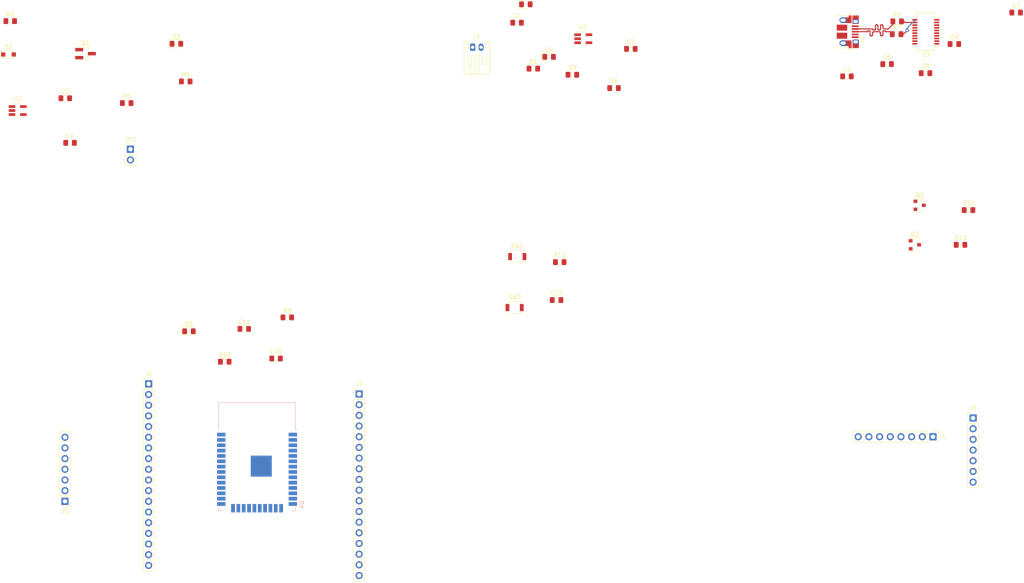
<source format=kicad_pcb>
(kicad_pcb (version 20171130) (host pcbnew "(5.1.9)-1")

  (general
    (thickness 1.6)
    (drawings 0)
    (tracks 182)
    (zones 0)
    (modules 47)
    (nets 74)
  )

  (page A4)
  (title_block
    (date 2021-01-20)
  )

  (layers
    (0 F.Cu signal)
    (31 B.Cu signal)
    (32 B.Adhes user)
    (33 F.Adhes user)
    (34 B.Paste user)
    (35 F.Paste user)
    (36 B.SilkS user)
    (37 F.SilkS user)
    (38 B.Mask user)
    (39 F.Mask user)
    (40 Dwgs.User user)
    (41 Cmts.User user)
    (42 Eco1.User user)
    (43 Eco2.User user)
    (44 Edge.Cuts user)
    (45 Margin user)
    (46 B.CrtYd user)
    (47 F.CrtYd user)
    (48 B.Fab user)
    (49 F.Fab user)
  )

  (setup
    (last_trace_width 0.25)
    (trace_clearance 0.2)
    (zone_clearance 0.508)
    (zone_45_only no)
    (trace_min 0.2)
    (via_size 0.8)
    (via_drill 0.4)
    (via_min_size 0.4)
    (via_min_drill 0.3)
    (uvia_size 0.3)
    (uvia_drill 0.1)
    (uvias_allowed no)
    (uvia_min_size 0.2)
    (uvia_min_drill 0.1)
    (edge_width 0.05)
    (segment_width 0.2)
    (pcb_text_width 0.3)
    (pcb_text_size 1.5 1.5)
    (mod_edge_width 0.12)
    (mod_text_size 1 1)
    (mod_text_width 0.15)
    (pad_size 1.524 1.524)
    (pad_drill 0.762)
    (pad_to_mask_clearance 0.051)
    (solder_mask_min_width 0.25)
    (aux_axis_origin 0 0)
    (visible_elements 7FFFFFDF)
    (pcbplotparams
      (layerselection 0x010fc_ffffffff)
      (usegerberextensions false)
      (usegerberattributes false)
      (usegerberadvancedattributes false)
      (creategerberjobfile false)
      (excludeedgelayer true)
      (linewidth 0.100000)
      (plotframeref false)
      (viasonmask false)
      (mode 1)
      (useauxorigin false)
      (hpglpennumber 1)
      (hpglpenspeed 20)
      (hpglpendiameter 15.000000)
      (psnegative false)
      (psa4output false)
      (plotreference true)
      (plotvalue true)
      (plotinvisibletext false)
      (padsonsilk false)
      (subtractmaskfromsilk false)
      (outputformat 1)
      (mirror false)
      (drillshape 1)
      (scaleselection 1)
      (outputdirectory ""))
  )

  (net 0 "")
  (net 1 EN)
  (net 2 +BATT)
  (net 3 VBUS)
  (net 4 VIN)
  (net 5 +3V3)
  (net 6 "Net-(C7-Pad1)")
  (net 7 "Net-(D1-Pad1)")
  (net 8 "Net-(D3-Pad1)")
  (net 9 "Net-(D3-Pad2)")
  (net 10 "Net-(D4-Pad2)")
  (net 11 "Net-(D5-Pad1)")
  (net 12 IO2)
  (net 13 "Net-(J2-Pad4)")
  (net 14 "Net-(J3-Pad7)")
  (net 15 SDA)
  (net 16 "Net-(J3-Pad5)")
  (net 17 SCL)
  (net 18 "Net-(J3-Pad2)")
  (net 19 "Net-(J4-Pad2)")
  (net 20 "Net-(J4-Pad6)")
  (net 21 "Net-(J4-Pad7)")
  (net 22 "Net-(J4-Pad8)")
  (net 23 IO0)
  (net 24 RX0)
  (net 25 TX0)
  (net 26 CLK)
  (net 27 SD0)
  (net 28 SD1)
  (net 29 IO15)
  (net 30 IO4)
  (net 31 IO16)
  (net 32 IO17)
  (net 33 IO5)
  (net 34 IO18)
  (net 35 IO19)
  (net 36 IO23)
  (net 37 VP)
  (net 38 VN)
  (net 39 IO34)
  (net 40 IO35)
  (net 41 IO32)
  (net 42 IO33)
  (net 43 IO25)
  (net 44 IO26)
  (net 45 IO27)
  (net 46 IO14)
  (net 47 IO12)
  (net 48 IO13)
  (net 49 SD2)
  (net 50 SD3)
  (net 51 CMD)
  (net 52 ~RTS)
  (net 53 "Net-(Q2-Pad2)")
  (net 54 "Net-(Q3-Pad2)")
  (net 55 ~DTR)
  (net 56 "Net-(R1-Pad1)")
  (net 57 "Net-(R4-Pad2)")
  (net 58 "Net-(R5-Pad1)")
  (net 59 "Net-(R6-Pad1)")
  (net 60 "Net-(R7-Pad2)")
  (net 61 "Net-(U2-Pad4)")
  (net 62 "Net-(U3-Pad5)")
  (net 63 "Net-(U3-Pad7)")
  (net 64 "Net-(U3-Pad8)")
  (net 65 "Net-(U3-Pad9)")
  (net 66 "Net-(U3-Pad10)")
  (net 67 "Net-(U3-Pad17)")
  (net 68 "Net-(U3-Pad18)")
  (net 69 "Net-(U3-Pad19)")
  (net 70 "Net-(U4-Pad32)")
  (net 71 GND)
  (net 72 /D-)
  (net 73 /D+)

  (net_class Default "This is the default net class."
    (clearance 0.2)
    (trace_width 0.25)
    (via_dia 0.8)
    (via_drill 0.4)
    (uvia_dia 0.3)
    (uvia_drill 0.1)
    (add_net +3V3)
    (add_net +BATT)
    (add_net /D+)
    (add_net /D-)
    (add_net CLK)
    (add_net CMD)
    (add_net EN)
    (add_net GND)
    (add_net IO0)
    (add_net IO12)
    (add_net IO13)
    (add_net IO14)
    (add_net IO15)
    (add_net IO16)
    (add_net IO17)
    (add_net IO18)
    (add_net IO19)
    (add_net IO2)
    (add_net IO23)
    (add_net IO25)
    (add_net IO26)
    (add_net IO27)
    (add_net IO32)
    (add_net IO33)
    (add_net IO34)
    (add_net IO35)
    (add_net IO4)
    (add_net IO5)
    (add_net "Net-(C7-Pad1)")
    (add_net "Net-(D1-Pad1)")
    (add_net "Net-(D3-Pad1)")
    (add_net "Net-(D3-Pad2)")
    (add_net "Net-(D4-Pad2)")
    (add_net "Net-(D5-Pad1)")
    (add_net "Net-(J2-Pad4)")
    (add_net "Net-(J3-Pad2)")
    (add_net "Net-(J3-Pad5)")
    (add_net "Net-(J3-Pad7)")
    (add_net "Net-(J4-Pad2)")
    (add_net "Net-(J4-Pad6)")
    (add_net "Net-(J4-Pad7)")
    (add_net "Net-(J4-Pad8)")
    (add_net "Net-(Q2-Pad2)")
    (add_net "Net-(Q3-Pad2)")
    (add_net "Net-(R1-Pad1)")
    (add_net "Net-(R4-Pad2)")
    (add_net "Net-(R5-Pad1)")
    (add_net "Net-(R6-Pad1)")
    (add_net "Net-(R7-Pad2)")
    (add_net "Net-(U2-Pad4)")
    (add_net "Net-(U3-Pad10)")
    (add_net "Net-(U3-Pad17)")
    (add_net "Net-(U3-Pad18)")
    (add_net "Net-(U3-Pad19)")
    (add_net "Net-(U3-Pad5)")
    (add_net "Net-(U3-Pad7)")
    (add_net "Net-(U3-Pad8)")
    (add_net "Net-(U3-Pad9)")
    (add_net "Net-(U4-Pad32)")
    (add_net RX0)
    (add_net SCL)
    (add_net SD0)
    (add_net SD1)
    (add_net SD2)
    (add_net SD3)
    (add_net SDA)
    (add_net TX0)
    (add_net VBUS)
    (add_net VIN)
    (add_net VN)
    (add_net VP)
    (add_net ~DTR)
    (add_net ~RTS)
  )

  (module Capacitor_SMD:C_0805_2012Metric_Pad1.15x1.40mm_HandSolder (layer F.Cu) (tedit 5B36C52B) (tstamp 5E8D2823)
    (at 147.0025 22.733)
    (descr "Capacitor SMD 0805 (2012 Metric), square (rectangular) end terminal, IPC_7351 nominal with elongated pad for handsoldering. (Body size source: https://docs.google.com/spreadsheets/d/1BsfQQcO9C6DZCsRaXUlFlo91Tg2WpOkGARC1WS5S8t0/edit?usp=sharing), generated with kicad-footprint-generator")
    (tags "capacitor handsolder")
    (path /5E70E159)
    (attr smd)
    (fp_text reference C1 (at 0 -1.65) (layer F.SilkS)
      (effects (font (size 1 1) (thickness 0.15)))
    )
    (fp_text value 4.7uF/6.3V (at 0 1.65) (layer F.Fab)
      (effects (font (size 1 1) (thickness 0.15)))
    )
    (fp_line (start -1 0.6) (end -1 -0.6) (layer F.Fab) (width 0.1))
    (fp_line (start -1 -0.6) (end 1 -0.6) (layer F.Fab) (width 0.1))
    (fp_line (start 1 -0.6) (end 1 0.6) (layer F.Fab) (width 0.1))
    (fp_line (start 1 0.6) (end -1 0.6) (layer F.Fab) (width 0.1))
    (fp_line (start -0.261252 -0.71) (end 0.261252 -0.71) (layer F.SilkS) (width 0.12))
    (fp_line (start -0.261252 0.71) (end 0.261252 0.71) (layer F.SilkS) (width 0.12))
    (fp_line (start -1.85 0.95) (end -1.85 -0.95) (layer F.CrtYd) (width 0.05))
    (fp_line (start -1.85 -0.95) (end 1.85 -0.95) (layer F.CrtYd) (width 0.05))
    (fp_line (start 1.85 -0.95) (end 1.85 0.95) (layer F.CrtYd) (width 0.05))
    (fp_line (start 1.85 0.95) (end -1.85 0.95) (layer F.CrtYd) (width 0.05))
    (fp_text user %R (at 0 0) (layer F.Fab)
      (effects (font (size 0.5 0.5) (thickness 0.08)))
    )
    (pad 2 smd roundrect (at 1.025 0) (size 1.15 1.4) (layers F.Cu F.Paste F.Mask) (roundrect_rratio 0.217391)
      (net 71 GND))
    (pad 1 smd roundrect (at -1.025 0) (size 1.15 1.4) (layers F.Cu F.Paste F.Mask) (roundrect_rratio 0.217391)
      (net 2 +BATT))
    (model ${KISYS3DMOD}/Capacitor_SMD.3dshapes/C_0805_2012Metric.wrl
      (at (xyz 0 0 0))
      (scale (xyz 1 1 1))
      (rotate (xyz 0 0 0))
    )
  )

  (module Capacitor_SMD:C_0805_2012Metric_Pad1.15x1.40mm_HandSolder (layer F.Cu) (tedit 5B36C52B) (tstamp 5E8D2834)
    (at 174.0535 28.956)
    (descr "Capacitor SMD 0805 (2012 Metric), square (rectangular) end terminal, IPC_7351 nominal with elongated pad for handsoldering. (Body size source: https://docs.google.com/spreadsheets/d/1BsfQQcO9C6DZCsRaXUlFlo91Tg2WpOkGARC1WS5S8t0/edit?usp=sharing), generated with kicad-footprint-generator")
    (tags "capacitor handsolder")
    (path /5E72ED45)
    (attr smd)
    (fp_text reference C2 (at 0 -1.65) (layer F.SilkS)
      (effects (font (size 1 1) (thickness 0.15)))
    )
    (fp_text value 4.7uF/6.3V (at 0 1.65) (layer F.Fab)
      (effects (font (size 1 1) (thickness 0.15)))
    )
    (fp_line (start 1.85 0.95) (end -1.85 0.95) (layer F.CrtYd) (width 0.05))
    (fp_line (start 1.85 -0.95) (end 1.85 0.95) (layer F.CrtYd) (width 0.05))
    (fp_line (start -1.85 -0.95) (end 1.85 -0.95) (layer F.CrtYd) (width 0.05))
    (fp_line (start -1.85 0.95) (end -1.85 -0.95) (layer F.CrtYd) (width 0.05))
    (fp_line (start -0.261252 0.71) (end 0.261252 0.71) (layer F.SilkS) (width 0.12))
    (fp_line (start -0.261252 -0.71) (end 0.261252 -0.71) (layer F.SilkS) (width 0.12))
    (fp_line (start 1 0.6) (end -1 0.6) (layer F.Fab) (width 0.1))
    (fp_line (start 1 -0.6) (end 1 0.6) (layer F.Fab) (width 0.1))
    (fp_line (start -1 -0.6) (end 1 -0.6) (layer F.Fab) (width 0.1))
    (fp_line (start -1 0.6) (end -1 -0.6) (layer F.Fab) (width 0.1))
    (fp_text user %R (at 0 0) (layer F.Fab)
      (effects (font (size 0.5 0.5) (thickness 0.08)))
    )
    (pad 1 smd roundrect (at -1.025 0) (size 1.15 1.4) (layers F.Cu F.Paste F.Mask) (roundrect_rratio 0.217391)
      (net 3 VBUS))
    (pad 2 smd roundrect (at 1.025 0) (size 1.15 1.4) (layers F.Cu F.Paste F.Mask) (roundrect_rratio 0.217391)
      (net 71 GND))
    (model ${KISYS3DMOD}/Capacitor_SMD.3dshapes/C_0805_2012Metric.wrl
      (at (xyz 0 0 0))
      (scale (xyz 1 1 1))
      (rotate (xyz 0 0 0))
    )
  )

  (module Capacitor_SMD:C_0805_2012Metric_Pad1.15x1.40mm_HandSolder (layer F.Cu) (tedit 5B36C52B) (tstamp 5E8D2845)
    (at 39.624 40.7035)
    (descr "Capacitor SMD 0805 (2012 Metric), square (rectangular) end terminal, IPC_7351 nominal with elongated pad for handsoldering. (Body size source: https://docs.google.com/spreadsheets/d/1BsfQQcO9C6DZCsRaXUlFlo91Tg2WpOkGARC1WS5S8t0/edit?usp=sharing), generated with kicad-footprint-generator")
    (tags "capacitor handsolder")
    (path /5E7779F2)
    (attr smd)
    (fp_text reference C3 (at 0 -1.65) (layer F.SilkS)
      (effects (font (size 1 1) (thickness 0.15)))
    )
    (fp_text value 1.0uF/6.3V (at 0 1.65) (layer F.Fab)
      (effects (font (size 1 1) (thickness 0.15)))
    )
    (fp_line (start 1.85 0.95) (end -1.85 0.95) (layer F.CrtYd) (width 0.05))
    (fp_line (start 1.85 -0.95) (end 1.85 0.95) (layer F.CrtYd) (width 0.05))
    (fp_line (start -1.85 -0.95) (end 1.85 -0.95) (layer F.CrtYd) (width 0.05))
    (fp_line (start -1.85 0.95) (end -1.85 -0.95) (layer F.CrtYd) (width 0.05))
    (fp_line (start -0.261252 0.71) (end 0.261252 0.71) (layer F.SilkS) (width 0.12))
    (fp_line (start -0.261252 -0.71) (end 0.261252 -0.71) (layer F.SilkS) (width 0.12))
    (fp_line (start 1 0.6) (end -1 0.6) (layer F.Fab) (width 0.1))
    (fp_line (start 1 -0.6) (end 1 0.6) (layer F.Fab) (width 0.1))
    (fp_line (start -1 -0.6) (end 1 -0.6) (layer F.Fab) (width 0.1))
    (fp_line (start -1 0.6) (end -1 -0.6) (layer F.Fab) (width 0.1))
    (fp_text user %R (at 0 0) (layer F.Fab)
      (effects (font (size 0.5 0.5) (thickness 0.08)))
    )
    (pad 1 smd roundrect (at -1.025 0) (size 1.15 1.4) (layers F.Cu F.Paste F.Mask) (roundrect_rratio 0.217391)
      (net 4 VIN))
    (pad 2 smd roundrect (at 1.025 0) (size 1.15 1.4) (layers F.Cu F.Paste F.Mask) (roundrect_rratio 0.217391)
      (net 71 GND))
    (model ${KISYS3DMOD}/Capacitor_SMD.3dshapes/C_0805_2012Metric.wrl
      (at (xyz 0 0 0))
      (scale (xyz 1 1 1))
      (rotate (xyz 0 0 0))
    )
  )

  (module Capacitor_SMD:C_0805_2012Metric_Pad1.15x1.40mm_HandSolder (layer F.Cu) (tedit 5B36C52B) (tstamp 5E8D2856)
    (at 40.767 51.308)
    (descr "Capacitor SMD 0805 (2012 Metric), square (rectangular) end terminal, IPC_7351 nominal with elongated pad for handsoldering. (Body size source: https://docs.google.com/spreadsheets/d/1BsfQQcO9C6DZCsRaXUlFlo91Tg2WpOkGARC1WS5S8t0/edit?usp=sharing), generated with kicad-footprint-generator")
    (tags "capacitor handsolder")
    (path /5E7773A2)
    (attr smd)
    (fp_text reference C4 (at 0 -1.65) (layer F.SilkS)
      (effects (font (size 1 1) (thickness 0.15)))
    )
    (fp_text value 1.0uF/6.3V (at 0 1.65) (layer F.Fab)
      (effects (font (size 1 1) (thickness 0.15)))
    )
    (fp_line (start -1 0.6) (end -1 -0.6) (layer F.Fab) (width 0.1))
    (fp_line (start -1 -0.6) (end 1 -0.6) (layer F.Fab) (width 0.1))
    (fp_line (start 1 -0.6) (end 1 0.6) (layer F.Fab) (width 0.1))
    (fp_line (start 1 0.6) (end -1 0.6) (layer F.Fab) (width 0.1))
    (fp_line (start -0.261252 -0.71) (end 0.261252 -0.71) (layer F.SilkS) (width 0.12))
    (fp_line (start -0.261252 0.71) (end 0.261252 0.71) (layer F.SilkS) (width 0.12))
    (fp_line (start -1.85 0.95) (end -1.85 -0.95) (layer F.CrtYd) (width 0.05))
    (fp_line (start -1.85 -0.95) (end 1.85 -0.95) (layer F.CrtYd) (width 0.05))
    (fp_line (start 1.85 -0.95) (end 1.85 0.95) (layer F.CrtYd) (width 0.05))
    (fp_line (start 1.85 0.95) (end -1.85 0.95) (layer F.CrtYd) (width 0.05))
    (fp_text user %R (at 0 0) (layer F.Fab)
      (effects (font (size 0.5 0.5) (thickness 0.08)))
    )
    (pad 2 smd roundrect (at 1.025 0) (size 1.15 1.4) (layers F.Cu F.Paste F.Mask) (roundrect_rratio 0.217391)
      (net 71 GND))
    (pad 1 smd roundrect (at -1.025 0) (size 1.15 1.4) (layers F.Cu F.Paste F.Mask) (roundrect_rratio 0.217391)
      (net 5 +3V3))
    (model ${KISYS3DMOD}/Capacitor_SMD.3dshapes/C_0805_2012Metric.wrl
      (at (xyz 0 0 0))
      (scale (xyz 1 1 1))
      (rotate (xyz 0 0 0))
    )
  )

  (module Capacitor_SMD:C_0805_2012Metric_Pad1.15x1.40mm_HandSolder (layer F.Cu) (tedit 5B36C52B) (tstamp 5E8D2867)
    (at 225.425 35.4965)
    (descr "Capacitor SMD 0805 (2012 Metric), square (rectangular) end terminal, IPC_7351 nominal with elongated pad for handsoldering. (Body size source: https://docs.google.com/spreadsheets/d/1BsfQQcO9C6DZCsRaXUlFlo91Tg2WpOkGARC1WS5S8t0/edit?usp=sharing), generated with kicad-footprint-generator")
    (tags "capacitor handsolder")
    (path /5EB7CF0F)
    (attr smd)
    (fp_text reference C5 (at 0 -1.65) (layer F.SilkS)
      (effects (font (size 1 1) (thickness 0.15)))
    )
    (fp_text value 47pF/16V (at 0 1.65) (layer F.Fab)
      (effects (font (size 1 1) (thickness 0.15)))
    )
    (fp_line (start -1 0.6) (end -1 -0.6) (layer F.Fab) (width 0.1))
    (fp_line (start -1 -0.6) (end 1 -0.6) (layer F.Fab) (width 0.1))
    (fp_line (start 1 -0.6) (end 1 0.6) (layer F.Fab) (width 0.1))
    (fp_line (start 1 0.6) (end -1 0.6) (layer F.Fab) (width 0.1))
    (fp_line (start -0.261252 -0.71) (end 0.261252 -0.71) (layer F.SilkS) (width 0.12))
    (fp_line (start -0.261252 0.71) (end 0.261252 0.71) (layer F.SilkS) (width 0.12))
    (fp_line (start -1.85 0.95) (end -1.85 -0.95) (layer F.CrtYd) (width 0.05))
    (fp_line (start -1.85 -0.95) (end 1.85 -0.95) (layer F.CrtYd) (width 0.05))
    (fp_line (start 1.85 -0.95) (end 1.85 0.95) (layer F.CrtYd) (width 0.05))
    (fp_line (start 1.85 0.95) (end -1.85 0.95) (layer F.CrtYd) (width 0.05))
    (fp_text user %R (at 0 0) (layer F.Fab)
      (effects (font (size 0.5 0.5) (thickness 0.08)))
    )
    (pad 2 smd roundrect (at 1.025 0) (size 1.15 1.4) (layers F.Cu F.Paste F.Mask) (roundrect_rratio 0.217391)
      (net 71 GND))
    (pad 1 smd roundrect (at -1.025 0) (size 1.15 1.4) (layers F.Cu F.Paste F.Mask) (roundrect_rratio 0.217391)
      (net 72 /D-))
    (model ${KISYS3DMOD}/Capacitor_SMD.3dshapes/C_0805_2012Metric.wrl
      (at (xyz 0 0 0))
      (scale (xyz 1 1 1))
      (rotate (xyz 0 0 0))
    )
  )

  (module Capacitor_SMD:C_0805_2012Metric_Pad1.15x1.40mm_HandSolder (layer F.Cu) (tedit 5B36C52B) (tstamp 5E8D2878)
    (at 234.959 32.5755)
    (descr "Capacitor SMD 0805 (2012 Metric), square (rectangular) end terminal, IPC_7351 nominal with elongated pad for handsoldering. (Body size source: https://docs.google.com/spreadsheets/d/1BsfQQcO9C6DZCsRaXUlFlo91Tg2WpOkGARC1WS5S8t0/edit?usp=sharing), generated with kicad-footprint-generator")
    (tags "capacitor handsolder")
    (path /5EB7C334)
    (attr smd)
    (fp_text reference C6 (at 0 -1.65) (layer F.SilkS)
      (effects (font (size 1 1) (thickness 0.15)))
    )
    (fp_text value 47pF/16V (at 0 1.65) (layer F.Fab)
      (effects (font (size 1 1) (thickness 0.15)))
    )
    (fp_line (start 1.85 0.95) (end -1.85 0.95) (layer F.CrtYd) (width 0.05))
    (fp_line (start 1.85 -0.95) (end 1.85 0.95) (layer F.CrtYd) (width 0.05))
    (fp_line (start -1.85 -0.95) (end 1.85 -0.95) (layer F.CrtYd) (width 0.05))
    (fp_line (start -1.85 0.95) (end -1.85 -0.95) (layer F.CrtYd) (width 0.05))
    (fp_line (start -0.261252 0.71) (end 0.261252 0.71) (layer F.SilkS) (width 0.12))
    (fp_line (start -0.261252 -0.71) (end 0.261252 -0.71) (layer F.SilkS) (width 0.12))
    (fp_line (start 1 0.6) (end -1 0.6) (layer F.Fab) (width 0.1))
    (fp_line (start 1 -0.6) (end 1 0.6) (layer F.Fab) (width 0.1))
    (fp_line (start -1 -0.6) (end 1 -0.6) (layer F.Fab) (width 0.1))
    (fp_line (start -1 0.6) (end -1 -0.6) (layer F.Fab) (width 0.1))
    (fp_text user %R (at 0 0) (layer F.Fab)
      (effects (font (size 0.5 0.5) (thickness 0.08)))
    )
    (pad 1 smd roundrect (at -1.025 0) (size 1.15 1.4) (layers F.Cu F.Paste F.Mask) (roundrect_rratio 0.217391)
      (net 73 /D+))
    (pad 2 smd roundrect (at 1.025 0) (size 1.15 1.4) (layers F.Cu F.Paste F.Mask) (roundrect_rratio 0.217391)
      (net 71 GND))
    (model ${KISYS3DMOD}/Capacitor_SMD.3dshapes/C_0805_2012Metric.wrl
      (at (xyz 0 0 0))
      (scale (xyz 1 1 1))
      (rotate (xyz 0 0 0))
    )
  )

  (module Capacitor_SMD:C_0805_2012Metric_Pad1.15x1.40mm_HandSolder (layer F.Cu) (tedit 5B36C52B) (tstamp 5E8D2889)
    (at 265.6295 20.32)
    (descr "Capacitor SMD 0805 (2012 Metric), square (rectangular) end terminal, IPC_7351 nominal with elongated pad for handsoldering. (Body size source: https://docs.google.com/spreadsheets/d/1BsfQQcO9C6DZCsRaXUlFlo91Tg2WpOkGARC1WS5S8t0/edit?usp=sharing), generated with kicad-footprint-generator")
    (tags "capacitor handsolder")
    (path /5EAE0442)
    (attr smd)
    (fp_text reference C7 (at 0 -1.65) (layer F.SilkS)
      (effects (font (size 1 1) (thickness 0.15)))
    )
    (fp_text value 0.1uF/50V (at 0 1.65) (layer F.Fab)
      (effects (font (size 1 1) (thickness 0.15)))
    )
    (fp_line (start 1.85 0.95) (end -1.85 0.95) (layer F.CrtYd) (width 0.05))
    (fp_line (start 1.85 -0.95) (end 1.85 0.95) (layer F.CrtYd) (width 0.05))
    (fp_line (start -1.85 -0.95) (end 1.85 -0.95) (layer F.CrtYd) (width 0.05))
    (fp_line (start -1.85 0.95) (end -1.85 -0.95) (layer F.CrtYd) (width 0.05))
    (fp_line (start -0.261252 0.71) (end 0.261252 0.71) (layer F.SilkS) (width 0.12))
    (fp_line (start -0.261252 -0.71) (end 0.261252 -0.71) (layer F.SilkS) (width 0.12))
    (fp_line (start 1 0.6) (end -1 0.6) (layer F.Fab) (width 0.1))
    (fp_line (start 1 -0.6) (end 1 0.6) (layer F.Fab) (width 0.1))
    (fp_line (start -1 -0.6) (end 1 -0.6) (layer F.Fab) (width 0.1))
    (fp_line (start -1 0.6) (end -1 -0.6) (layer F.Fab) (width 0.1))
    (fp_text user %R (at 0 0) (layer F.Fab)
      (effects (font (size 0.5 0.5) (thickness 0.08)))
    )
    (pad 1 smd roundrect (at -1.025 0) (size 1.15 1.4) (layers F.Cu F.Paste F.Mask) (roundrect_rratio 0.217391)
      (net 6 "Net-(C7-Pad1)"))
    (pad 2 smd roundrect (at 1.025 0) (size 1.15 1.4) (layers F.Cu F.Paste F.Mask) (roundrect_rratio 0.217391)
      (net 71 GND))
    (model ${KISYS3DMOD}/Capacitor_SMD.3dshapes/C_0805_2012Metric.wrl
      (at (xyz 0 0 0))
      (scale (xyz 1 1 1))
      (rotate (xyz 0 0 0))
    )
  )

  (module Capacitor_SMD:C_0805_2012Metric_Pad1.15x1.40mm_HandSolder (layer F.Cu) (tedit 5B36C52B) (tstamp 5E8D289A)
    (at 244.094 34.7345)
    (descr "Capacitor SMD 0805 (2012 Metric), square (rectangular) end terminal, IPC_7351 nominal with elongated pad for handsoldering. (Body size source: https://docs.google.com/spreadsheets/d/1BsfQQcO9C6DZCsRaXUlFlo91Tg2WpOkGARC1WS5S8t0/edit?usp=sharing), generated with kicad-footprint-generator")
    (tags "capacitor handsolder")
    (path /5EB20E1C)
    (attr smd)
    (fp_text reference C8 (at 0 -1.65) (layer F.SilkS)
      (effects (font (size 1 1) (thickness 0.15)))
    )
    (fp_text value 0.1uF/50V (at 0 1.65) (layer F.Fab)
      (effects (font (size 1 1) (thickness 0.15)))
    )
    (fp_line (start -1 0.6) (end -1 -0.6) (layer F.Fab) (width 0.1))
    (fp_line (start -1 -0.6) (end 1 -0.6) (layer F.Fab) (width 0.1))
    (fp_line (start 1 -0.6) (end 1 0.6) (layer F.Fab) (width 0.1))
    (fp_line (start 1 0.6) (end -1 0.6) (layer F.Fab) (width 0.1))
    (fp_line (start -0.261252 -0.71) (end 0.261252 -0.71) (layer F.SilkS) (width 0.12))
    (fp_line (start -0.261252 0.71) (end 0.261252 0.71) (layer F.SilkS) (width 0.12))
    (fp_line (start -1.85 0.95) (end -1.85 -0.95) (layer F.CrtYd) (width 0.05))
    (fp_line (start -1.85 -0.95) (end 1.85 -0.95) (layer F.CrtYd) (width 0.05))
    (fp_line (start 1.85 -0.95) (end 1.85 0.95) (layer F.CrtYd) (width 0.05))
    (fp_line (start 1.85 0.95) (end -1.85 0.95) (layer F.CrtYd) (width 0.05))
    (fp_text user %R (at 0 0) (layer F.Fab)
      (effects (font (size 0.5 0.5) (thickness 0.08)))
    )
    (pad 2 smd roundrect (at 1.025 0) (size 1.15 1.4) (layers F.Cu F.Paste F.Mask) (roundrect_rratio 0.217391)
      (net 71 GND))
    (pad 1 smd roundrect (at -1.025 0) (size 1.15 1.4) (layers F.Cu F.Paste F.Mask) (roundrect_rratio 0.217391)
      (net 3 VBUS))
    (model ${KISYS3DMOD}/Capacitor_SMD.3dshapes/C_0805_2012Metric.wrl
      (at (xyz 0 0 0))
      (scale (xyz 1 1 1))
      (rotate (xyz 0 0 0))
    )
  )

  (module Capacitor_SMD:C_0805_2012Metric_Pad1.15x1.40mm_HandSolder (layer F.Cu) (tedit 5B36C52B) (tstamp 5E8D28AB)
    (at 250.952 27.813)
    (descr "Capacitor SMD 0805 (2012 Metric), square (rectangular) end terminal, IPC_7351 nominal with elongated pad for handsoldering. (Body size source: https://docs.google.com/spreadsheets/d/1BsfQQcO9C6DZCsRaXUlFlo91Tg2WpOkGARC1WS5S8t0/edit?usp=sharing), generated with kicad-footprint-generator")
    (tags "capacitor handsolder")
    (path /5EAF9B4F)
    (attr smd)
    (fp_text reference C9 (at 0 -1.65) (layer F.SilkS)
      (effects (font (size 1 1) (thickness 0.15)))
    )
    (fp_text value 4.7uF/6.3V (at 0 1.65) (layer F.Fab)
      (effects (font (size 1 1) (thickness 0.15)))
    )
    (fp_line (start -1 0.6) (end -1 -0.6) (layer F.Fab) (width 0.1))
    (fp_line (start -1 -0.6) (end 1 -0.6) (layer F.Fab) (width 0.1))
    (fp_line (start 1 -0.6) (end 1 0.6) (layer F.Fab) (width 0.1))
    (fp_line (start 1 0.6) (end -1 0.6) (layer F.Fab) (width 0.1))
    (fp_line (start -0.261252 -0.71) (end 0.261252 -0.71) (layer F.SilkS) (width 0.12))
    (fp_line (start -0.261252 0.71) (end 0.261252 0.71) (layer F.SilkS) (width 0.12))
    (fp_line (start -1.85 0.95) (end -1.85 -0.95) (layer F.CrtYd) (width 0.05))
    (fp_line (start -1.85 -0.95) (end 1.85 -0.95) (layer F.CrtYd) (width 0.05))
    (fp_line (start 1.85 -0.95) (end 1.85 0.95) (layer F.CrtYd) (width 0.05))
    (fp_line (start 1.85 0.95) (end -1.85 0.95) (layer F.CrtYd) (width 0.05))
    (fp_text user %R (at 0 0) (layer F.Fab)
      (effects (font (size 0.5 0.5) (thickness 0.08)))
    )
    (pad 2 smd roundrect (at 1.025 0) (size 1.15 1.4) (layers F.Cu F.Paste F.Mask) (roundrect_rratio 0.217391)
      (net 71 GND))
    (pad 1 smd roundrect (at -1.025 0) (size 1.15 1.4) (layers F.Cu F.Paste F.Mask) (roundrect_rratio 0.217391)
      (net 3 VBUS))
    (model ${KISYS3DMOD}/Capacitor_SMD.3dshapes/C_0805_2012Metric.wrl
      (at (xyz 0 0 0))
      (scale (xyz 1 1 1))
      (rotate (xyz 0 0 0))
    )
  )

  (module Capacitor_SMD:C_0805_2012Metric_Pad1.15x1.40mm_HandSolder (layer F.Cu) (tedit 5B36C52B) (tstamp 5E8D28BC)
    (at 89.7255 102.616)
    (descr "Capacitor SMD 0805 (2012 Metric), square (rectangular) end terminal, IPC_7351 nominal with elongated pad for handsoldering. (Body size source: https://docs.google.com/spreadsheets/d/1BsfQQcO9C6DZCsRaXUlFlo91Tg2WpOkGARC1WS5S8t0/edit?usp=sharing), generated with kicad-footprint-generator")
    (tags "capacitor handsolder")
    (path /5EAAD880)
    (attr smd)
    (fp_text reference C10 (at 0 -1.65) (layer F.SilkS)
      (effects (font (size 1 1) (thickness 0.15)))
    )
    (fp_text value 0.1uF/50V (at 0 1.65) (layer F.Fab)
      (effects (font (size 1 1) (thickness 0.15)))
    )
    (fp_line (start 1.85 0.95) (end -1.85 0.95) (layer F.CrtYd) (width 0.05))
    (fp_line (start 1.85 -0.95) (end 1.85 0.95) (layer F.CrtYd) (width 0.05))
    (fp_line (start -1.85 -0.95) (end 1.85 -0.95) (layer F.CrtYd) (width 0.05))
    (fp_line (start -1.85 0.95) (end -1.85 -0.95) (layer F.CrtYd) (width 0.05))
    (fp_line (start -0.261252 0.71) (end 0.261252 0.71) (layer F.SilkS) (width 0.12))
    (fp_line (start -0.261252 -0.71) (end 0.261252 -0.71) (layer F.SilkS) (width 0.12))
    (fp_line (start 1 0.6) (end -1 0.6) (layer F.Fab) (width 0.1))
    (fp_line (start 1 -0.6) (end 1 0.6) (layer F.Fab) (width 0.1))
    (fp_line (start -1 -0.6) (end 1 -0.6) (layer F.Fab) (width 0.1))
    (fp_line (start -1 0.6) (end -1 -0.6) (layer F.Fab) (width 0.1))
    (fp_text user %R (at 0 0) (layer F.Fab)
      (effects (font (size 0.5 0.5) (thickness 0.08)))
    )
    (pad 1 smd roundrect (at -1.025 0) (size 1.15 1.4) (layers F.Cu F.Paste F.Mask) (roundrect_rratio 0.217391)
      (net 5 +3V3))
    (pad 2 smd roundrect (at 1.025 0) (size 1.15 1.4) (layers F.Cu F.Paste F.Mask) (roundrect_rratio 0.217391)
      (net 71 GND))
    (model ${KISYS3DMOD}/Capacitor_SMD.3dshapes/C_0805_2012Metric.wrl
      (at (xyz 0 0 0))
      (scale (xyz 1 1 1))
      (rotate (xyz 0 0 0))
    )
  )

  (module Capacitor_SMD:C_0805_2012Metric_Pad1.15x1.40mm_HandSolder (layer F.Cu) (tedit 5B36C52B) (tstamp 5E8D28CD)
    (at 82.169 95.5675)
    (descr "Capacitor SMD 0805 (2012 Metric), square (rectangular) end terminal, IPC_7351 nominal with elongated pad for handsoldering. (Body size source: https://docs.google.com/spreadsheets/d/1BsfQQcO9C6DZCsRaXUlFlo91Tg2WpOkGARC1WS5S8t0/edit?usp=sharing), generated with kicad-footprint-generator")
    (tags "capacitor handsolder")
    (path /5E80323D)
    (attr smd)
    (fp_text reference C11 (at 0 -1.65) (layer F.SilkS)
      (effects (font (size 1 1) (thickness 0.15)))
    )
    (fp_text value 10uF/10V (at 0 1.65) (layer F.Fab)
      (effects (font (size 1 1) (thickness 0.15)))
    )
    (fp_line (start 1.85 0.95) (end -1.85 0.95) (layer F.CrtYd) (width 0.05))
    (fp_line (start 1.85 -0.95) (end 1.85 0.95) (layer F.CrtYd) (width 0.05))
    (fp_line (start -1.85 -0.95) (end 1.85 -0.95) (layer F.CrtYd) (width 0.05))
    (fp_line (start -1.85 0.95) (end -1.85 -0.95) (layer F.CrtYd) (width 0.05))
    (fp_line (start -0.261252 0.71) (end 0.261252 0.71) (layer F.SilkS) (width 0.12))
    (fp_line (start -0.261252 -0.71) (end 0.261252 -0.71) (layer F.SilkS) (width 0.12))
    (fp_line (start 1 0.6) (end -1 0.6) (layer F.Fab) (width 0.1))
    (fp_line (start 1 -0.6) (end 1 0.6) (layer F.Fab) (width 0.1))
    (fp_line (start -1 -0.6) (end 1 -0.6) (layer F.Fab) (width 0.1))
    (fp_line (start -1 0.6) (end -1 -0.6) (layer F.Fab) (width 0.1))
    (fp_text user %R (at 0 0) (layer F.Fab)
      (effects (font (size 0.5 0.5) (thickness 0.08)))
    )
    (pad 1 smd roundrect (at -1.025 0) (size 1.15 1.4) (layers F.Cu F.Paste F.Mask) (roundrect_rratio 0.217391)
      (net 5 +3V3))
    (pad 2 smd roundrect (at 1.025 0) (size 1.15 1.4) (layers F.Cu F.Paste F.Mask) (roundrect_rratio 0.217391)
      (net 71 GND))
    (model ${KISYS3DMOD}/Capacitor_SMD.3dshapes/C_0805_2012Metric.wrl
      (at (xyz 0 0 0))
      (scale (xyz 1 1 1))
      (rotate (xyz 0 0 0))
    )
  )

  (module Capacitor_SMD:C_0805_2012Metric_Pad1.15x1.40mm_HandSolder (layer F.Cu) (tedit 5B36C52B) (tstamp 5E8D28DE)
    (at 156.4005 88.7095)
    (descr "Capacitor SMD 0805 (2012 Metric), square (rectangular) end terminal, IPC_7351 nominal with elongated pad for handsoldering. (Body size source: https://docs.google.com/spreadsheets/d/1BsfQQcO9C6DZCsRaXUlFlo91Tg2WpOkGARC1WS5S8t0/edit?usp=sharing), generated with kicad-footprint-generator")
    (tags "capacitor handsolder")
    (path /5E85C83B)
    (attr smd)
    (fp_text reference C12 (at 0 -1.65) (layer F.SilkS)
      (effects (font (size 1 1) (thickness 0.15)))
    )
    (fp_text value 0.1uF/50V (at 0 1.65) (layer F.Fab)
      (effects (font (size 1 1) (thickness 0.15)))
    )
    (fp_line (start -1 0.6) (end -1 -0.6) (layer F.Fab) (width 0.1))
    (fp_line (start -1 -0.6) (end 1 -0.6) (layer F.Fab) (width 0.1))
    (fp_line (start 1 -0.6) (end 1 0.6) (layer F.Fab) (width 0.1))
    (fp_line (start 1 0.6) (end -1 0.6) (layer F.Fab) (width 0.1))
    (fp_line (start -0.261252 -0.71) (end 0.261252 -0.71) (layer F.SilkS) (width 0.12))
    (fp_line (start -0.261252 0.71) (end 0.261252 0.71) (layer F.SilkS) (width 0.12))
    (fp_line (start -1.85 0.95) (end -1.85 -0.95) (layer F.CrtYd) (width 0.05))
    (fp_line (start -1.85 -0.95) (end 1.85 -0.95) (layer F.CrtYd) (width 0.05))
    (fp_line (start 1.85 -0.95) (end 1.85 0.95) (layer F.CrtYd) (width 0.05))
    (fp_line (start 1.85 0.95) (end -1.85 0.95) (layer F.CrtYd) (width 0.05))
    (fp_text user %R (at 0 0) (layer F.Fab)
      (effects (font (size 0.5 0.5) (thickness 0.08)))
    )
    (pad 2 smd roundrect (at 1.025 0) (size 1.15 1.4) (layers F.Cu F.Paste F.Mask) (roundrect_rratio 0.217391)
      (net 71 GND))
    (pad 1 smd roundrect (at -1.025 0) (size 1.15 1.4) (layers F.Cu F.Paste F.Mask) (roundrect_rratio 0.217391)
      (net 1 EN))
    (model ${KISYS3DMOD}/Capacitor_SMD.3dshapes/C_0805_2012Metric.wrl
      (at (xyz 0 0 0))
      (scale (xyz 1 1 1))
      (rotate (xyz 0 0 0))
    )
  )

  (module LED_SMD:LED_0805_2012Metric_Pad1.15x1.40mm_HandSolder (layer F.Cu) (tedit 5B4B45C9) (tstamp 5E8D28F1)
    (at 149.098 18.3515)
    (descr "LED SMD 0805 (2012 Metric), square (rectangular) end terminal, IPC_7351 nominal, (Body size source: https://docs.google.com/spreadsheets/d/1BsfQQcO9C6DZCsRaXUlFlo91Tg2WpOkGARC1WS5S8t0/edit?usp=sharing), generated with kicad-footprint-generator")
    (tags "LED handsolder")
    (path /5E70D01B)
    (attr smd)
    (fp_text reference D1 (at 0 -1.65) (layer F.SilkS)
      (effects (font (size 1 1) (thickness 0.15)))
    )
    (fp_text value Red (at 0 1.65) (layer F.Fab)
      (effects (font (size 1 1) (thickness 0.15)))
    )
    (fp_line (start 1 -0.6) (end -0.7 -0.6) (layer F.Fab) (width 0.1))
    (fp_line (start -0.7 -0.6) (end -1 -0.3) (layer F.Fab) (width 0.1))
    (fp_line (start -1 -0.3) (end -1 0.6) (layer F.Fab) (width 0.1))
    (fp_line (start -1 0.6) (end 1 0.6) (layer F.Fab) (width 0.1))
    (fp_line (start 1 0.6) (end 1 -0.6) (layer F.Fab) (width 0.1))
    (fp_line (start 1 -0.96) (end -1.86 -0.96) (layer F.SilkS) (width 0.12))
    (fp_line (start -1.86 -0.96) (end -1.86 0.96) (layer F.SilkS) (width 0.12))
    (fp_line (start -1.86 0.96) (end 1 0.96) (layer F.SilkS) (width 0.12))
    (fp_line (start -1.85 0.95) (end -1.85 -0.95) (layer F.CrtYd) (width 0.05))
    (fp_line (start -1.85 -0.95) (end 1.85 -0.95) (layer F.CrtYd) (width 0.05))
    (fp_line (start 1.85 -0.95) (end 1.85 0.95) (layer F.CrtYd) (width 0.05))
    (fp_line (start 1.85 0.95) (end -1.85 0.95) (layer F.CrtYd) (width 0.05))
    (fp_text user %R (at 0 0) (layer F.Fab)
      (effects (font (size 0.5 0.5) (thickness 0.08)))
    )
    (pad 2 smd roundrect (at 1.025 0) (size 1.15 1.4) (layers F.Cu F.Paste F.Mask) (roundrect_rratio 0.217391)
      (net 3 VBUS))
    (pad 1 smd roundrect (at -1.025 0) (size 1.15 1.4) (layers F.Cu F.Paste F.Mask) (roundrect_rratio 0.217391)
      (net 7 "Net-(D1-Pad1)"))
    (model ${KISYS3DMOD}/LED_SMD.3dshapes/LED_0805_2012Metric.wrl
      (at (xyz 0 0 0))
      (scale (xyz 1 1 1))
      (rotate (xyz 0 0 0))
    )
  )

  (module Diode_SMD:D_SOD-323_HandSoldering (layer F.Cu) (tedit 58641869) (tstamp 5E8D2909)
    (at 26.142 30.2895)
    (descr SOD-323)
    (tags SOD-323)
    (path /5E7AA2A2)
    (attr smd)
    (fp_text reference D2 (at 0 -1.85) (layer F.SilkS)
      (effects (font (size 1 1) (thickness 0.15)))
    )
    (fp_text value 1A/23V/620mV (at 0.1 1.9) (layer F.Fab)
      (effects (font (size 1 1) (thickness 0.15)))
    )
    (fp_line (start -1.9 -0.85) (end 1.25 -0.85) (layer F.SilkS) (width 0.12))
    (fp_line (start -1.9 0.85) (end 1.25 0.85) (layer F.SilkS) (width 0.12))
    (fp_line (start -2 -0.95) (end -2 0.95) (layer F.CrtYd) (width 0.05))
    (fp_line (start -2 0.95) (end 2 0.95) (layer F.CrtYd) (width 0.05))
    (fp_line (start 2 -0.95) (end 2 0.95) (layer F.CrtYd) (width 0.05))
    (fp_line (start -2 -0.95) (end 2 -0.95) (layer F.CrtYd) (width 0.05))
    (fp_line (start -0.9 -0.7) (end 0.9 -0.7) (layer F.Fab) (width 0.1))
    (fp_line (start 0.9 -0.7) (end 0.9 0.7) (layer F.Fab) (width 0.1))
    (fp_line (start 0.9 0.7) (end -0.9 0.7) (layer F.Fab) (width 0.1))
    (fp_line (start -0.9 0.7) (end -0.9 -0.7) (layer F.Fab) (width 0.1))
    (fp_line (start -0.3 -0.35) (end -0.3 0.35) (layer F.Fab) (width 0.1))
    (fp_line (start -0.3 0) (end -0.5 0) (layer F.Fab) (width 0.1))
    (fp_line (start -0.3 0) (end 0.2 -0.35) (layer F.Fab) (width 0.1))
    (fp_line (start 0.2 -0.35) (end 0.2 0.35) (layer F.Fab) (width 0.1))
    (fp_line (start 0.2 0.35) (end -0.3 0) (layer F.Fab) (width 0.1))
    (fp_line (start 0.2 0) (end 0.45 0) (layer F.Fab) (width 0.1))
    (fp_line (start -1.9 -0.85) (end -1.9 0.85) (layer F.SilkS) (width 0.12))
    (fp_text user %R (at 0 -1.85) (layer F.Fab)
      (effects (font (size 1 1) (thickness 0.15)))
    )
    (pad 1 smd rect (at -1.25 0) (size 1 1) (layers F.Cu F.Paste F.Mask)
      (net 4 VIN))
    (pad 2 smd rect (at 1.25 0) (size 1 1) (layers F.Cu F.Paste F.Mask)
      (net 3 VBUS))
    (model ${KISYS3DMOD}/Diode_SMD.3dshapes/D_SOD-323.wrl
      (at (xyz 0 0 0))
      (scale (xyz 1 1 1))
      (rotate (xyz 0 0 0))
    )
  )

  (module LED_SMD:LED_0805_2012Metric_Pad1.15x1.40mm_HandSolder (layer F.Cu) (tedit 5B4B45C9) (tstamp 5E8D291C)
    (at 66.04 27.7495)
    (descr "LED SMD 0805 (2012 Metric), square (rectangular) end terminal, IPC_7351 nominal, (Body size source: https://docs.google.com/spreadsheets/d/1BsfQQcO9C6DZCsRaXUlFlo91Tg2WpOkGARC1WS5S8t0/edit?usp=sharing), generated with kicad-footprint-generator")
    (tags "LED handsolder")
    (path /5E7F639B)
    (attr smd)
    (fp_text reference D3 (at 0 -1.65) (layer F.SilkS)
      (effects (font (size 1 1) (thickness 0.15)))
    )
    (fp_text value Yellow (at 0 1.65) (layer F.Fab)
      (effects (font (size 1 1) (thickness 0.15)))
    )
    (fp_line (start 1.85 0.95) (end -1.85 0.95) (layer F.CrtYd) (width 0.05))
    (fp_line (start 1.85 -0.95) (end 1.85 0.95) (layer F.CrtYd) (width 0.05))
    (fp_line (start -1.85 -0.95) (end 1.85 -0.95) (layer F.CrtYd) (width 0.05))
    (fp_line (start -1.85 0.95) (end -1.85 -0.95) (layer F.CrtYd) (width 0.05))
    (fp_line (start -1.86 0.96) (end 1 0.96) (layer F.SilkS) (width 0.12))
    (fp_line (start -1.86 -0.96) (end -1.86 0.96) (layer F.SilkS) (width 0.12))
    (fp_line (start 1 -0.96) (end -1.86 -0.96) (layer F.SilkS) (width 0.12))
    (fp_line (start 1 0.6) (end 1 -0.6) (layer F.Fab) (width 0.1))
    (fp_line (start -1 0.6) (end 1 0.6) (layer F.Fab) (width 0.1))
    (fp_line (start -1 -0.3) (end -1 0.6) (layer F.Fab) (width 0.1))
    (fp_line (start -0.7 -0.6) (end -1 -0.3) (layer F.Fab) (width 0.1))
    (fp_line (start 1 -0.6) (end -0.7 -0.6) (layer F.Fab) (width 0.1))
    (fp_text user %R (at 0 0) (layer F.Fab)
      (effects (font (size 0.5 0.5) (thickness 0.08)))
    )
    (pad 1 smd roundrect (at -1.025 0) (size 1.15 1.4) (layers F.Cu F.Paste F.Mask) (roundrect_rratio 0.217391)
      (net 8 "Net-(D3-Pad1)"))
    (pad 2 smd roundrect (at 1.025 0) (size 1.15 1.4) (layers F.Cu F.Paste F.Mask) (roundrect_rratio 0.217391)
      (net 9 "Net-(D3-Pad2)"))
    (model ${KISYS3DMOD}/LED_SMD.3dshapes/LED_0805_2012Metric.wrl
      (at (xyz 0 0 0))
      (scale (xyz 1 1 1))
      (rotate (xyz 0 0 0))
    )
  )

  (module LED_SMD:LED_0805_2012Metric_Pad1.15x1.40mm_HandSolder (layer F.Cu) (tedit 5B4B45C9) (tstamp 5E8D292F)
    (at 154.6225 30.861)
    (descr "LED SMD 0805 (2012 Metric), square (rectangular) end terminal, IPC_7351 nominal, (Body size source: https://docs.google.com/spreadsheets/d/1BsfQQcO9C6DZCsRaXUlFlo91Tg2WpOkGARC1WS5S8t0/edit?usp=sharing), generated with kicad-footprint-generator")
    (tags "LED handsolder")
    (path /5E75A88B)
    (attr smd)
    (fp_text reference D4 (at 0 -1.65) (layer F.SilkS)
      (effects (font (size 1 1) (thickness 0.15)))
    )
    (fp_text value Green (at 0 1.65) (layer F.Fab)
      (effects (font (size 1 1) (thickness 0.15)))
    )
    (fp_line (start 1 -0.6) (end -0.7 -0.6) (layer F.Fab) (width 0.1))
    (fp_line (start -0.7 -0.6) (end -1 -0.3) (layer F.Fab) (width 0.1))
    (fp_line (start -1 -0.3) (end -1 0.6) (layer F.Fab) (width 0.1))
    (fp_line (start -1 0.6) (end 1 0.6) (layer F.Fab) (width 0.1))
    (fp_line (start 1 0.6) (end 1 -0.6) (layer F.Fab) (width 0.1))
    (fp_line (start 1 -0.96) (end -1.86 -0.96) (layer F.SilkS) (width 0.12))
    (fp_line (start -1.86 -0.96) (end -1.86 0.96) (layer F.SilkS) (width 0.12))
    (fp_line (start -1.86 0.96) (end 1 0.96) (layer F.SilkS) (width 0.12))
    (fp_line (start -1.85 0.95) (end -1.85 -0.95) (layer F.CrtYd) (width 0.05))
    (fp_line (start -1.85 -0.95) (end 1.85 -0.95) (layer F.CrtYd) (width 0.05))
    (fp_line (start 1.85 -0.95) (end 1.85 0.95) (layer F.CrtYd) (width 0.05))
    (fp_line (start 1.85 0.95) (end -1.85 0.95) (layer F.CrtYd) (width 0.05))
    (fp_text user %R (at 0 0) (layer F.Fab)
      (effects (font (size 0.5 0.5) (thickness 0.08)))
    )
    (pad 2 smd roundrect (at 1.025 0) (size 1.15 1.4) (layers F.Cu F.Paste F.Mask) (roundrect_rratio 0.217391)
      (net 10 "Net-(D4-Pad2)"))
    (pad 1 smd roundrect (at -1.025 0) (size 1.15 1.4) (layers F.Cu F.Paste F.Mask) (roundrect_rratio 0.217391)
      (net 71 GND))
    (model ${KISYS3DMOD}/LED_SMD.3dshapes/LED_0805_2012Metric.wrl
      (at (xyz 0 0 0))
      (scale (xyz 1 1 1))
      (rotate (xyz 0 0 0))
    )
  )

  (module LED_SMD:LED_0805_2012Metric_Pad1.15x1.40mm_HandSolder (layer F.Cu) (tedit 5B4B45C9) (tstamp 5E8D2942)
    (at 69.0245 96.139)
    (descr "LED SMD 0805 (2012 Metric), square (rectangular) end terminal, IPC_7351 nominal, (Body size source: https://docs.google.com/spreadsheets/d/1BsfQQcO9C6DZCsRaXUlFlo91Tg2WpOkGARC1WS5S8t0/edit?usp=sharing), generated with kicad-footprint-generator")
    (tags "LED handsolder")
    (path /5E7F71E2)
    (attr smd)
    (fp_text reference D5 (at 0 -1.65) (layer F.SilkS)
      (effects (font (size 1 1) (thickness 0.15)))
    )
    (fp_text value Blue (at 0 1.65) (layer F.Fab)
      (effects (font (size 1 1) (thickness 0.15)))
    )
    (fp_line (start 1.85 0.95) (end -1.85 0.95) (layer F.CrtYd) (width 0.05))
    (fp_line (start 1.85 -0.95) (end 1.85 0.95) (layer F.CrtYd) (width 0.05))
    (fp_line (start -1.85 -0.95) (end 1.85 -0.95) (layer F.CrtYd) (width 0.05))
    (fp_line (start -1.85 0.95) (end -1.85 -0.95) (layer F.CrtYd) (width 0.05))
    (fp_line (start -1.86 0.96) (end 1 0.96) (layer F.SilkS) (width 0.12))
    (fp_line (start -1.86 -0.96) (end -1.86 0.96) (layer F.SilkS) (width 0.12))
    (fp_line (start 1 -0.96) (end -1.86 -0.96) (layer F.SilkS) (width 0.12))
    (fp_line (start 1 0.6) (end 1 -0.6) (layer F.Fab) (width 0.1))
    (fp_line (start -1 0.6) (end 1 0.6) (layer F.Fab) (width 0.1))
    (fp_line (start -1 -0.3) (end -1 0.6) (layer F.Fab) (width 0.1))
    (fp_line (start -0.7 -0.6) (end -1 -0.3) (layer F.Fab) (width 0.1))
    (fp_line (start 1 -0.6) (end -0.7 -0.6) (layer F.Fab) (width 0.1))
    (fp_text user %R (at 0 0) (layer F.Fab)
      (effects (font (size 0.5 0.5) (thickness 0.08)))
    )
    (pad 1 smd roundrect (at -1.025 0) (size 1.15 1.4) (layers F.Cu F.Paste F.Mask) (roundrect_rratio 0.217391)
      (net 11 "Net-(D5-Pad1)"))
    (pad 2 smd roundrect (at 1.025 0) (size 1.15 1.4) (layers F.Cu F.Paste F.Mask) (roundrect_rratio 0.217391)
      (net 12 IO2))
    (model ${KISYS3DMOD}/LED_SMD.3dshapes/LED_0805_2012Metric.wrl
      (at (xyz 0 0 0))
      (scale (xyz 1 1 1))
      (rotate (xyz 0 0 0))
    )
  )

  (module Connector_JST:JST_PH_S2B-PH-K_1x02_P2.00mm_Horizontal (layer F.Cu) (tedit 5B7745C6) (tstamp 5E8D2971)
    (at 136.4615 28.575)
    (descr "JST PH series connector, S2B-PH-K (http://www.jst-mfg.com/product/pdf/eng/ePH.pdf), generated with kicad-footprint-generator")
    (tags "connector JST PH top entry")
    (path /5E7114DE)
    (fp_text reference J1 (at 1 -2.55) (layer F.SilkS)
      (effects (font (size 1 1) (thickness 0.15)))
    )
    (fp_text value LiPo (at 1 7.45) (layer F.Fab)
      (effects (font (size 1 1) (thickness 0.15)))
    )
    (fp_line (start 0.5 1.375) (end 0 0.875) (layer F.Fab) (width 0.1))
    (fp_line (start -0.5 1.375) (end 0.5 1.375) (layer F.Fab) (width 0.1))
    (fp_line (start 0 0.875) (end -0.5 1.375) (layer F.Fab) (width 0.1))
    (fp_line (start -0.86 0.14) (end -0.86 -1.075) (layer F.SilkS) (width 0.12))
    (fp_line (start 3.25 0.25) (end -1.25 0.25) (layer F.Fab) (width 0.1))
    (fp_line (start 3.25 -1.35) (end 3.25 0.25) (layer F.Fab) (width 0.1))
    (fp_line (start 3.95 -1.35) (end 3.25 -1.35) (layer F.Fab) (width 0.1))
    (fp_line (start 3.95 6.25) (end 3.95 -1.35) (layer F.Fab) (width 0.1))
    (fp_line (start -1.95 6.25) (end 3.95 6.25) (layer F.Fab) (width 0.1))
    (fp_line (start -1.95 -1.35) (end -1.95 6.25) (layer F.Fab) (width 0.1))
    (fp_line (start -1.25 -1.35) (end -1.95 -1.35) (layer F.Fab) (width 0.1))
    (fp_line (start -1.25 0.25) (end -1.25 -1.35) (layer F.Fab) (width 0.1))
    (fp_line (start 4.45 -1.85) (end -2.45 -1.85) (layer F.CrtYd) (width 0.05))
    (fp_line (start 4.45 6.75) (end 4.45 -1.85) (layer F.CrtYd) (width 0.05))
    (fp_line (start -2.45 6.75) (end 4.45 6.75) (layer F.CrtYd) (width 0.05))
    (fp_line (start -2.45 -1.85) (end -2.45 6.75) (layer F.CrtYd) (width 0.05))
    (fp_line (start -0.8 4.1) (end -0.8 6.36) (layer F.SilkS) (width 0.12))
    (fp_line (start -0.3 4.1) (end -0.3 6.36) (layer F.SilkS) (width 0.12))
    (fp_line (start 2.3 2.5) (end 3.3 2.5) (layer F.SilkS) (width 0.12))
    (fp_line (start 2.3 4.1) (end 2.3 2.5) (layer F.SilkS) (width 0.12))
    (fp_line (start 3.3 4.1) (end 2.3 4.1) (layer F.SilkS) (width 0.12))
    (fp_line (start 3.3 2.5) (end 3.3 4.1) (layer F.SilkS) (width 0.12))
    (fp_line (start -0.3 2.5) (end -1.3 2.5) (layer F.SilkS) (width 0.12))
    (fp_line (start -0.3 4.1) (end -0.3 2.5) (layer F.SilkS) (width 0.12))
    (fp_line (start -1.3 4.1) (end -0.3 4.1) (layer F.SilkS) (width 0.12))
    (fp_line (start -1.3 2.5) (end -1.3 4.1) (layer F.SilkS) (width 0.12))
    (fp_line (start 4.06 0.14) (end 3.14 0.14) (layer F.SilkS) (width 0.12))
    (fp_line (start -2.06 0.14) (end -1.14 0.14) (layer F.SilkS) (width 0.12))
    (fp_line (start 1.5 2) (end 1.5 6.36) (layer F.SilkS) (width 0.12))
    (fp_line (start 0.5 2) (end 1.5 2) (layer F.SilkS) (width 0.12))
    (fp_line (start 0.5 6.36) (end 0.5 2) (layer F.SilkS) (width 0.12))
    (fp_line (start 3.14 0.14) (end 2.86 0.14) (layer F.SilkS) (width 0.12))
    (fp_line (start 3.14 -1.46) (end 3.14 0.14) (layer F.SilkS) (width 0.12))
    (fp_line (start 4.06 -1.46) (end 3.14 -1.46) (layer F.SilkS) (width 0.12))
    (fp_line (start 4.06 6.36) (end 4.06 -1.46) (layer F.SilkS) (width 0.12))
    (fp_line (start -2.06 6.36) (end 4.06 6.36) (layer F.SilkS) (width 0.12))
    (fp_line (start -2.06 -1.46) (end -2.06 6.36) (layer F.SilkS) (width 0.12))
    (fp_line (start -1.14 -1.46) (end -2.06 -1.46) (layer F.SilkS) (width 0.12))
    (fp_line (start -1.14 0.14) (end -1.14 -1.46) (layer F.SilkS) (width 0.12))
    (fp_line (start -0.86 0.14) (end -1.14 0.14) (layer F.SilkS) (width 0.12))
    (fp_text user %R (at 1 2.5) (layer F.Fab)
      (effects (font (size 1 1) (thickness 0.15)))
    )
    (pad 1 thru_hole roundrect (at 0 0) (size 1.2 1.75) (drill 0.75) (layers *.Cu *.Mask) (roundrect_rratio 0.208333)
      (net 71 GND))
    (pad 2 thru_hole oval (at 2 0) (size 1.2 1.75) (drill 0.75) (layers *.Cu *.Mask)
      (net 2 +BATT))
    (model ${KISYS3DMOD}/Connector_JST.3dshapes/JST_PH_S2B-PH-K_1x02_P2.00mm_Horizontal.wrl
      (at (xyz 0 0 0))
      (scale (xyz 1 1 1))
      (rotate (xyz 0 0 0))
    )
  )

  (module Connector_USB:USB_Micro-B_Amphenol_10103594-0001LF_Horizontal (layer F.Cu) (tedit 5A1DC0BD) (tstamp 5E8D299B)
    (at 225.6155 24.892 270)
    (descr "Micro USB Type B 10103594-0001LF, http://cdn.amphenol-icc.com/media/wysiwyg/files/drawing/10103594.pdf")
    (tags "USB USB_B USB_micro USB_OTG")
    (path /5E93C6CC)
    (attr smd)
    (fp_text reference J2 (at 1.925 -3.365 90) (layer F.SilkS)
      (effects (font (size 1 1) (thickness 0.15)))
    )
    (fp_text value USB_B_Micro (at -0.025 4.435 90) (layer F.Fab)
      (effects (font (size 1 1) (thickness 0.15)))
    )
    (fp_line (start 4.14 3.58) (end -4.13 3.58) (layer F.CrtYd) (width 0.05))
    (fp_line (start 4.14 3.58) (end 4.14 -2.88) (layer F.CrtYd) (width 0.05))
    (fp_line (start -4.13 -2.88) (end -4.13 3.58) (layer F.CrtYd) (width 0.05))
    (fp_line (start -4.13 -2.88) (end 4.14 -2.88) (layer F.CrtYd) (width 0.05))
    (fp_line (start -4.025 2.835) (end 3.975 2.835) (layer Dwgs.User) (width 0.1))
    (fp_line (start -3.775 3.335) (end -3.775 -0.865) (layer F.Fab) (width 0.12))
    (fp_line (start -2.975 -1.615) (end 3.725 -1.615) (layer F.Fab) (width 0.12))
    (fp_line (start 3.725 -1.615) (end 3.725 3.335) (layer F.Fab) (width 0.12))
    (fp_line (start 3.725 3.335) (end -3.775 3.335) (layer F.Fab) (width 0.12))
    (fp_line (start -3.775 -0.865) (end -2.975 -1.615) (layer F.Fab) (width 0.12))
    (fp_line (start -1.325 -2.865) (end -1.725 -3.315) (layer F.SilkS) (width 0.12))
    (fp_line (start -1.725 -3.315) (end -0.925 -3.315) (layer F.SilkS) (width 0.12))
    (fp_line (start -0.925 -3.315) (end -1.325 -2.865) (layer F.SilkS) (width 0.12))
    (fp_line (start 3.825 2.735) (end 3.825 -0.065) (layer F.SilkS) (width 0.12))
    (fp_line (start 3.825 -0.065) (end 4.125 -0.065) (layer F.SilkS) (width 0.12))
    (fp_line (start 4.125 -0.065) (end 4.125 -1.615) (layer F.SilkS) (width 0.12))
    (fp_line (start -3.875 2.735) (end -3.875 -0.065) (layer F.SilkS) (width 0.12))
    (fp_line (start -4.175 -0.065) (end -3.875 -0.065) (layer F.SilkS) (width 0.12))
    (fp_line (start -4.175 -0.065) (end -4.175 -1.615) (layer F.SilkS) (width 0.12))
    (fp_text user "PCB edge" (at -0.025 2.235 90) (layer Dwgs.User)
      (effects (font (size 0.5 0.5) (thickness 0.075)))
    )
    (fp_text user %R (at -0.025 -0.015 90) (layer F.Fab)
      (effects (font (size 1 1) (thickness 0.15)))
    )
    (pad 6 smd rect (at 2.725 0.185 270) (size 1.35 2) (layers F.Cu F.Paste F.Mask)
      (net 71 GND))
    (pad 6 smd rect (at -2.755 0.185 270) (size 1.35 2) (layers F.Cu F.Paste F.Mask)
      (net 71 GND))
    (pad 6 smd rect (at -2.975 -0.565 270) (size 1.825 0.7) (layers F.Cu F.Paste F.Mask)
      (net 71 GND))
    (pad 6 smd rect (at 2.975 -0.565 270) (size 1.825 0.7) (layers F.Cu F.Paste F.Mask)
      (net 71 GND))
    (pad 6 smd rect (at -2.875 -1.865 270) (size 2 1.5) (layers F.Cu F.Paste F.Mask)
      (net 71 GND))
    (pad 6 smd rect (at 2.875 -1.885 270) (size 2 1.5) (layers F.Cu F.Paste F.Mask)
      (net 71 GND))
    (pad 1 smd rect (at -1.325 -1.765) (size 1.65 0.4) (layers F.Cu F.Paste F.Mask)
      (net 3 VBUS))
    (pad 2 smd rect (at -0.675 -1.765) (size 1.65 0.4) (layers F.Cu F.Paste F.Mask)
      (net 72 /D-))
    (pad 3 smd rect (at -0.025 -1.765) (size 1.65 0.4) (layers F.Cu F.Paste F.Mask)
      (net 73 /D+))
    (pad 4 smd rect (at 0.625 -1.765) (size 1.65 0.4) (layers F.Cu F.Paste F.Mask)
      (net 13 "Net-(J2-Pad4)"))
    (pad 5 smd rect (at 1.275 -1.765) (size 1.65 0.4) (layers F.Cu F.Paste F.Mask)
      (net 71 GND))
    (pad 6 thru_hole oval (at -2.445 -1.885) (size 1.5 1.1) (drill oval 1.05 0.65) (layers *.Cu *.Mask)
      (net 71 GND))
    (pad 6 thru_hole oval (at 2.395 -1.885) (size 1.5 1.1) (drill oval 1.05 0.65) (layers *.Cu *.Mask)
      (net 71 GND))
    (pad 6 thru_hole oval (at -2.755 1.115) (size 1.7 1.35) (drill oval 1.2 0.7) (layers *.Cu *.Mask)
      (net 71 GND))
    (pad 6 thru_hole oval (at 2.705 1.115) (size 1.7 1.35) (drill oval 1.2 0.7) (layers *.Cu *.Mask)
      (net 71 GND))
    (pad 6 smd rect (at -0.985 1.385) (size 2.5 1.43) (layers F.Cu F.Paste F.Mask)
      (net 71 GND))
    (pad 6 smd rect (at 0.935 1.385) (size 2.5 1.43) (layers F.Cu F.Paste F.Mask)
      (net 71 GND))
    (model ${KISYS3DMOD}/Connector_USB.3dshapes/USB_Micro-B_Amphenol_10103594-0001LF_Horizontal.wrl
      (at (xyz 0 0 0))
      (scale (xyz 1 1 1))
      (rotate (xyz 0 0 0))
    )
    (model D:/Workspaces/Dropbox/Mine/kicad/src/libs/pdthang/pdthang-3D/USB_Micro-B_Amphenol_10103594-0001LF_Horizontal.step
      (offset (xyz 0 0.1 -0.2))
      (scale (xyz 1 1 1))
      (rotate (xyz -90 0 0))
    )
  )

  (module Connector_PinHeader_2.54mm:PinHeader_1x07_P2.54mm_Vertical (layer F.Cu) (tedit 59FED5CC) (tstamp 5E8D29B6)
    (at 255.397 116.7765)
    (descr "Through hole straight pin header, 1x07, 2.54mm pitch, single row")
    (tags "Through hole pin header THT 1x07 2.54mm single row")
    (path /5E6F5667)
    (fp_text reference J3 (at 0 -2.33) (layer F.SilkS)
      (effects (font (size 1 1) (thickness 0.15)))
    )
    (fp_text value BME680 (at 0 17.57) (layer F.Fab)
      (effects (font (size 1 1) (thickness 0.15)))
    )
    (fp_line (start -0.635 -1.27) (end 1.27 -1.27) (layer F.Fab) (width 0.1))
    (fp_line (start 1.27 -1.27) (end 1.27 16.51) (layer F.Fab) (width 0.1))
    (fp_line (start 1.27 16.51) (end -1.27 16.51) (layer F.Fab) (width 0.1))
    (fp_line (start -1.27 16.51) (end -1.27 -0.635) (layer F.Fab) (width 0.1))
    (fp_line (start -1.27 -0.635) (end -0.635 -1.27) (layer F.Fab) (width 0.1))
    (fp_line (start -1.33 16.57) (end 1.33 16.57) (layer F.SilkS) (width 0.12))
    (fp_line (start -1.33 1.27) (end -1.33 16.57) (layer F.SilkS) (width 0.12))
    (fp_line (start 1.33 1.27) (end 1.33 16.57) (layer F.SilkS) (width 0.12))
    (fp_line (start -1.33 1.27) (end 1.33 1.27) (layer F.SilkS) (width 0.12))
    (fp_line (start -1.33 0) (end -1.33 -1.33) (layer F.SilkS) (width 0.12))
    (fp_line (start -1.33 -1.33) (end 0 -1.33) (layer F.SilkS) (width 0.12))
    (fp_line (start -1.8 -1.8) (end -1.8 17.05) (layer F.CrtYd) (width 0.05))
    (fp_line (start -1.8 17.05) (end 1.8 17.05) (layer F.CrtYd) (width 0.05))
    (fp_line (start 1.8 17.05) (end 1.8 -1.8) (layer F.CrtYd) (width 0.05))
    (fp_line (start 1.8 -1.8) (end -1.8 -1.8) (layer F.CrtYd) (width 0.05))
    (fp_text user %R (at 0 7.62 90) (layer F.Fab)
      (effects (font (size 1 1) (thickness 0.15)))
    )
    (pad 7 thru_hole oval (at 0 15.24) (size 1.7 1.7) (drill 1) (layers *.Cu *.Mask)
      (net 14 "Net-(J3-Pad7)"))
    (pad 6 thru_hole oval (at 0 12.7) (size 1.7 1.7) (drill 1) (layers *.Cu *.Mask)
      (net 15 SDA))
    (pad 5 thru_hole oval (at 0 10.16) (size 1.7 1.7) (drill 1) (layers *.Cu *.Mask)
      (net 16 "Net-(J3-Pad5)"))
    (pad 4 thru_hole oval (at 0 7.62) (size 1.7 1.7) (drill 1) (layers *.Cu *.Mask)
      (net 17 SCL))
    (pad 3 thru_hole oval (at 0 5.08) (size 1.7 1.7) (drill 1) (layers *.Cu *.Mask)
      (net 71 GND))
    (pad 2 thru_hole oval (at 0 2.54) (size 1.7 1.7) (drill 1) (layers *.Cu *.Mask)
      (net 18 "Net-(J3-Pad2)"))
    (pad 1 thru_hole rect (at 0 0) (size 1.7 1.7) (drill 1) (layers *.Cu *.Mask)
      (net 5 +3V3))
    (model ${KISYS3DMOD}/Connector_PinHeader_2.54mm.3dshapes/PinHeader_1x07_P2.54mm_Vertical.wrl
      (at (xyz 0 0 0))
      (scale (xyz 1 1 1))
      (rotate (xyz 0 0 0))
    )
  )

  (module Connector_PinHeader_2.54mm:PinHeader_1x08_P2.54mm_Vertical (layer F.Cu) (tedit 59FED5CC) (tstamp 5E8D29D2)
    (at 245.872 121.2215 270)
    (descr "Through hole straight pin header, 1x08, 2.54mm pitch, single row")
    (tags "Through hole pin header THT 1x08 2.54mm single row")
    (path /5E6C7013)
    (fp_text reference J4 (at 0 -2.33 90) (layer F.SilkS)
      (effects (font (size 1 1) (thickness 0.15)))
    )
    (fp_text value LIS3DH (at 0 20.11 90) (layer F.Fab)
      (effects (font (size 1 1) (thickness 0.15)))
    )
    (fp_line (start 1.8 -1.8) (end -1.8 -1.8) (layer F.CrtYd) (width 0.05))
    (fp_line (start 1.8 19.55) (end 1.8 -1.8) (layer F.CrtYd) (width 0.05))
    (fp_line (start -1.8 19.55) (end 1.8 19.55) (layer F.CrtYd) (width 0.05))
    (fp_line (start -1.8 -1.8) (end -1.8 19.55) (layer F.CrtYd) (width 0.05))
    (fp_line (start -1.33 -1.33) (end 0 -1.33) (layer F.SilkS) (width 0.12))
    (fp_line (start -1.33 0) (end -1.33 -1.33) (layer F.SilkS) (width 0.12))
    (fp_line (start -1.33 1.27) (end 1.33 1.27) (layer F.SilkS) (width 0.12))
    (fp_line (start 1.33 1.27) (end 1.33 19.11) (layer F.SilkS) (width 0.12))
    (fp_line (start -1.33 1.27) (end -1.33 19.11) (layer F.SilkS) (width 0.12))
    (fp_line (start -1.33 19.11) (end 1.33 19.11) (layer F.SilkS) (width 0.12))
    (fp_line (start -1.27 -0.635) (end -0.635 -1.27) (layer F.Fab) (width 0.1))
    (fp_line (start -1.27 19.05) (end -1.27 -0.635) (layer F.Fab) (width 0.1))
    (fp_line (start 1.27 19.05) (end -1.27 19.05) (layer F.Fab) (width 0.1))
    (fp_line (start 1.27 -1.27) (end 1.27 19.05) (layer F.Fab) (width 0.1))
    (fp_line (start -0.635 -1.27) (end 1.27 -1.27) (layer F.Fab) (width 0.1))
    (fp_text user %R (at 0 8.89) (layer F.Fab)
      (effects (font (size 1 1) (thickness 0.15)))
    )
    (pad 1 thru_hole rect (at 0 0 270) (size 1.7 1.7) (drill 1) (layers *.Cu *.Mask)
      (net 5 +3V3))
    (pad 2 thru_hole oval (at 0 2.54 270) (size 1.7 1.7) (drill 1) (layers *.Cu *.Mask)
      (net 19 "Net-(J4-Pad2)"))
    (pad 3 thru_hole oval (at 0 5.08 270) (size 1.7 1.7) (drill 1) (layers *.Cu *.Mask)
      (net 71 GND))
    (pad 4 thru_hole oval (at 0 7.62 270) (size 1.7 1.7) (drill 1) (layers *.Cu *.Mask)
      (net 17 SCL))
    (pad 5 thru_hole oval (at 0 10.16 270) (size 1.7 1.7) (drill 1) (layers *.Cu *.Mask)
      (net 15 SDA))
    (pad 6 thru_hole oval (at 0 12.7 270) (size 1.7 1.7) (drill 1) (layers *.Cu *.Mask)
      (net 20 "Net-(J4-Pad6)"))
    (pad 7 thru_hole oval (at 0 15.24 270) (size 1.7 1.7) (drill 1) (layers *.Cu *.Mask)
      (net 21 "Net-(J4-Pad7)"))
    (pad 8 thru_hole oval (at 0 17.78 270) (size 1.7 1.7) (drill 1) (layers *.Cu *.Mask)
      (net 22 "Net-(J4-Pad8)"))
    (model ${KISYS3DMOD}/Connector_PinHeader_2.54mm.3dshapes/PinHeader_1x08_P2.54mm_Vertical.wrl
      (at (xyz 0 0 0))
      (scale (xyz 1 1 1))
      (rotate (xyz 0 0 0))
    )
  )

  (module Connector_PinHeader_2.54mm:PinHeader_1x07_P2.54mm_Vertical (layer F.Cu) (tedit 59FED5CC) (tstamp 5E8D29ED)
    (at 39.5605 136.5885 180)
    (descr "Through hole straight pin header, 1x07, 2.54mm pitch, single row")
    (tags "Through hole pin header THT 1x07 2.54mm single row")
    (path /5E79B981)
    (fp_text reference J5 (at 0 -2.33) (layer F.SilkS)
      (effects (font (size 1 1) (thickness 0.15)))
    )
    (fp_text value Conn_01x07 (at 0 17.57) (layer F.Fab)
      (effects (font (size 1 1) (thickness 0.15)))
    )
    (fp_line (start 1.8 -1.8) (end -1.8 -1.8) (layer F.CrtYd) (width 0.05))
    (fp_line (start 1.8 17.05) (end 1.8 -1.8) (layer F.CrtYd) (width 0.05))
    (fp_line (start -1.8 17.05) (end 1.8 17.05) (layer F.CrtYd) (width 0.05))
    (fp_line (start -1.8 -1.8) (end -1.8 17.05) (layer F.CrtYd) (width 0.05))
    (fp_line (start -1.33 -1.33) (end 0 -1.33) (layer F.SilkS) (width 0.12))
    (fp_line (start -1.33 0) (end -1.33 -1.33) (layer F.SilkS) (width 0.12))
    (fp_line (start -1.33 1.27) (end 1.33 1.27) (layer F.SilkS) (width 0.12))
    (fp_line (start 1.33 1.27) (end 1.33 16.57) (layer F.SilkS) (width 0.12))
    (fp_line (start -1.33 1.27) (end -1.33 16.57) (layer F.SilkS) (width 0.12))
    (fp_line (start -1.33 16.57) (end 1.33 16.57) (layer F.SilkS) (width 0.12))
    (fp_line (start -1.27 -0.635) (end -0.635 -1.27) (layer F.Fab) (width 0.1))
    (fp_line (start -1.27 16.51) (end -1.27 -0.635) (layer F.Fab) (width 0.1))
    (fp_line (start 1.27 16.51) (end -1.27 16.51) (layer F.Fab) (width 0.1))
    (fp_line (start 1.27 -1.27) (end 1.27 16.51) (layer F.Fab) (width 0.1))
    (fp_line (start -0.635 -1.27) (end 1.27 -1.27) (layer F.Fab) (width 0.1))
    (fp_text user %R (at -2.794 -1.8415 90) (layer F.Fab)
      (effects (font (size 1 1) (thickness 0.15)))
    )
    (pad 1 thru_hole rect (at 0 0 180) (size 1.7 1.7) (drill 1) (layers *.Cu *.Mask)
      (net 3 VBUS))
    (pad 2 thru_hole oval (at 0 2.54 180) (size 1.7 1.7) (drill 1) (layers *.Cu *.Mask)
      (net 1 EN))
    (pad 3 thru_hole oval (at 0 5.08 180) (size 1.7 1.7) (drill 1) (layers *.Cu *.Mask)
      (net 23 IO0))
    (pad 4 thru_hole oval (at 0 7.62 180) (size 1.7 1.7) (drill 1) (layers *.Cu *.Mask)
      (net 24 RX0))
    (pad 5 thru_hole oval (at 0 10.16 180) (size 1.7 1.7) (drill 1) (layers *.Cu *.Mask)
      (net 25 TX0))
    (pad 6 thru_hole oval (at 0 12.7 180) (size 1.7 1.7) (drill 1) (layers *.Cu *.Mask)
      (net 5 +3V3))
    (pad 7 thru_hole oval (at 0 15.24 180) (size 1.7 1.7) (drill 1) (layers *.Cu *.Mask)
      (net 71 GND))
    (model ${KISYS3DMOD}/Connector_PinHeader_2.54mm.3dshapes/PinHeader_1x07_P2.54mm_Vertical.wrl
      (at (xyz 0 0 0))
      (scale (xyz 1 1 1))
      (rotate (xyz 0 0 0))
    )
  )

  (module Connector_PinHeader_2.54mm:PinHeader_1x18_P2.54mm_Vertical (layer F.Cu) (tedit 59FED5CC) (tstamp 5E8D2A13)
    (at 59.436 108.6485)
    (descr "Through hole straight pin header, 1x18, 2.54mm pitch, single row")
    (tags "Through hole pin header THT 1x18 2.54mm single row")
    (path /5E81200B)
    (fp_text reference J6 (at 0 -2.33) (layer F.SilkS)
      (effects (font (size 1 1) (thickness 0.15)))
    )
    (fp_text value Conn_01x18 (at 0 45.51) (layer F.Fab)
      (effects (font (size 1 1) (thickness 0.15)))
    )
    (fp_line (start -0.635 -1.27) (end 1.27 -1.27) (layer F.Fab) (width 0.1))
    (fp_line (start 1.27 -1.27) (end 1.27 44.45) (layer F.Fab) (width 0.1))
    (fp_line (start 1.27 44.45) (end -1.27 44.45) (layer F.Fab) (width 0.1))
    (fp_line (start -1.27 44.45) (end -1.27 -0.635) (layer F.Fab) (width 0.1))
    (fp_line (start -1.27 -0.635) (end -0.635 -1.27) (layer F.Fab) (width 0.1))
    (fp_line (start -1.33 44.51) (end 1.33 44.51) (layer F.SilkS) (width 0.12))
    (fp_line (start -1.33 1.27) (end -1.33 44.51) (layer F.SilkS) (width 0.12))
    (fp_line (start 1.33 1.27) (end 1.33 44.51) (layer F.SilkS) (width 0.12))
    (fp_line (start -1.33 1.27) (end 1.33 1.27) (layer F.SilkS) (width 0.12))
    (fp_line (start -1.33 0) (end -1.33 -1.33) (layer F.SilkS) (width 0.12))
    (fp_line (start -1.33 -1.33) (end 0 -1.33) (layer F.SilkS) (width 0.12))
    (fp_line (start -1.8 -1.8) (end -1.8 44.95) (layer F.CrtYd) (width 0.05))
    (fp_line (start -1.8 44.95) (end 1.8 44.95) (layer F.CrtYd) (width 0.05))
    (fp_line (start 1.8 44.95) (end 1.8 -1.8) (layer F.CrtYd) (width 0.05))
    (fp_line (start 1.8 -1.8) (end -1.8 -1.8) (layer F.CrtYd) (width 0.05))
    (fp_text user %R (at 0 21.59 90) (layer F.Fab)
      (effects (font (size 1 1) (thickness 0.15)))
    )
    (pad 18 thru_hole oval (at 0 43.18) (size 1.7 1.7) (drill 1) (layers *.Cu *.Mask)
      (net 5 +3V3))
    (pad 17 thru_hole oval (at 0 40.64) (size 1.7 1.7) (drill 1) (layers *.Cu *.Mask)
      (net 26 CLK))
    (pad 16 thru_hole oval (at 0 38.1) (size 1.7 1.7) (drill 1) (layers *.Cu *.Mask)
      (net 27 SD0))
    (pad 15 thru_hole oval (at 0 35.56) (size 1.7 1.7) (drill 1) (layers *.Cu *.Mask)
      (net 28 SD1))
    (pad 14 thru_hole oval (at 0 33.02) (size 1.7 1.7) (drill 1) (layers *.Cu *.Mask)
      (net 29 IO15))
    (pad 13 thru_hole oval (at 0 30.48) (size 1.7 1.7) (drill 1) (layers *.Cu *.Mask)
      (net 12 IO2))
    (pad 12 thru_hole oval (at 0 27.94) (size 1.7 1.7) (drill 1) (layers *.Cu *.Mask)
      (net 23 IO0))
    (pad 11 thru_hole oval (at 0 25.4) (size 1.7 1.7) (drill 1) (layers *.Cu *.Mask)
      (net 30 IO4))
    (pad 10 thru_hole oval (at 0 22.86) (size 1.7 1.7) (drill 1) (layers *.Cu *.Mask)
      (net 31 IO16))
    (pad 9 thru_hole oval (at 0 20.32) (size 1.7 1.7) (drill 1) (layers *.Cu *.Mask)
      (net 32 IO17))
    (pad 8 thru_hole oval (at 0 17.78) (size 1.7 1.7) (drill 1) (layers *.Cu *.Mask)
      (net 33 IO5))
    (pad 7 thru_hole oval (at 0 15.24) (size 1.7 1.7) (drill 1) (layers *.Cu *.Mask)
      (net 34 IO18))
    (pad 6 thru_hole oval (at 0 12.7) (size 1.7 1.7) (drill 1) (layers *.Cu *.Mask)
      (net 35 IO19))
    (pad 5 thru_hole oval (at 0 10.16) (size 1.7 1.7) (drill 1) (layers *.Cu *.Mask)
      (net 15 SDA))
    (pad 4 thru_hole oval (at 0 7.62) (size 1.7 1.7) (drill 1) (layers *.Cu *.Mask)
      (net 24 RX0))
    (pad 3 thru_hole oval (at 0 5.08) (size 1.7 1.7) (drill 1) (layers *.Cu *.Mask)
      (net 25 TX0))
    (pad 2 thru_hole oval (at 0 2.54) (size 1.7 1.7) (drill 1) (layers *.Cu *.Mask)
      (net 17 SCL))
    (pad 1 thru_hole rect (at 0 0) (size 1.7 1.7) (drill 1) (layers *.Cu *.Mask)
      (net 36 IO23))
    (model ${KISYS3DMOD}/Connector_PinHeader_2.54mm.3dshapes/PinHeader_1x18_P2.54mm_Vertical.wrl
      (at (xyz 0 0 0))
      (scale (xyz 1 1 1))
      (rotate (xyz 0 0 0))
    )
  )

  (module Connector_PinHeader_2.54mm:PinHeader_1x18_P2.54mm_Vertical (layer F.Cu) (tedit 59FED5CC) (tstamp 5E8D2A39)
    (at 109.474 111.0615)
    (descr "Through hole straight pin header, 1x18, 2.54mm pitch, single row")
    (tags "Through hole pin header THT 1x18 2.54mm single row")
    (path /5E8DE4F0)
    (fp_text reference J7 (at 0 -2.33) (layer F.SilkS)
      (effects (font (size 1 1) (thickness 0.15)))
    )
    (fp_text value Conn_01x18 (at 0 45.51) (layer F.Fab)
      (effects (font (size 1 1) (thickness 0.15)))
    )
    (fp_line (start 1.8 -1.8) (end -1.8 -1.8) (layer F.CrtYd) (width 0.05))
    (fp_line (start 1.8 44.95) (end 1.8 -1.8) (layer F.CrtYd) (width 0.05))
    (fp_line (start -1.8 44.95) (end 1.8 44.95) (layer F.CrtYd) (width 0.05))
    (fp_line (start -1.8 -1.8) (end -1.8 44.95) (layer F.CrtYd) (width 0.05))
    (fp_line (start -1.33 -1.33) (end 0 -1.33) (layer F.SilkS) (width 0.12))
    (fp_line (start -1.33 0) (end -1.33 -1.33) (layer F.SilkS) (width 0.12))
    (fp_line (start -1.33 1.27) (end 1.33 1.27) (layer F.SilkS) (width 0.12))
    (fp_line (start 1.33 1.27) (end 1.33 44.51) (layer F.SilkS) (width 0.12))
    (fp_line (start -1.33 1.27) (end -1.33 44.51) (layer F.SilkS) (width 0.12))
    (fp_line (start -1.33 44.51) (end 1.33 44.51) (layer F.SilkS) (width 0.12))
    (fp_line (start -1.27 -0.635) (end -0.635 -1.27) (layer F.Fab) (width 0.1))
    (fp_line (start -1.27 44.45) (end -1.27 -0.635) (layer F.Fab) (width 0.1))
    (fp_line (start 1.27 44.45) (end -1.27 44.45) (layer F.Fab) (width 0.1))
    (fp_line (start 1.27 -1.27) (end 1.27 44.45) (layer F.Fab) (width 0.1))
    (fp_line (start -0.635 -1.27) (end 1.27 -1.27) (layer F.Fab) (width 0.1))
    (fp_text user %R (at 0 21.59 90) (layer F.Fab)
      (effects (font (size 1 1) (thickness 0.15)))
    )
    (pad 1 thru_hole rect (at 0 0) (size 1.7 1.7) (drill 1) (layers *.Cu *.Mask)
      (net 1 EN))
    (pad 2 thru_hole oval (at 0 2.54) (size 1.7 1.7) (drill 1) (layers *.Cu *.Mask)
      (net 37 VP))
    (pad 3 thru_hole oval (at 0 5.08) (size 1.7 1.7) (drill 1) (layers *.Cu *.Mask)
      (net 38 VN))
    (pad 4 thru_hole oval (at 0 7.62) (size 1.7 1.7) (drill 1) (layers *.Cu *.Mask)
      (net 39 IO34))
    (pad 5 thru_hole oval (at 0 10.16) (size 1.7 1.7) (drill 1) (layers *.Cu *.Mask)
      (net 40 IO35))
    (pad 6 thru_hole oval (at 0 12.7) (size 1.7 1.7) (drill 1) (layers *.Cu *.Mask)
      (net 41 IO32))
    (pad 7 thru_hole oval (at 0 15.24) (size 1.7 1.7) (drill 1) (layers *.Cu *.Mask)
      (net 42 IO33))
    (pad 8 thru_hole oval (at 0 17.78) (size 1.7 1.7) (drill 1) (layers *.Cu *.Mask)
      (net 43 IO25))
    (pad 9 thru_hole oval (at 0 20.32) (size 1.7 1.7) (drill 1) (layers *.Cu *.Mask)
      (net 44 IO26))
    (pad 10 thru_hole oval (at 0 22.86) (size 1.7 1.7) (drill 1) (layers *.Cu *.Mask)
      (net 45 IO27))
    (pad 11 thru_hole oval (at 0 25.4) (size 1.7 1.7) (drill 1) (layers *.Cu *.Mask)
      (net 46 IO14))
    (pad 12 thru_hole oval (at 0 27.94) (size 1.7 1.7) (drill 1) (layers *.Cu *.Mask)
      (net 47 IO12))
    (pad 13 thru_hole oval (at 0 30.48) (size 1.7 1.7) (drill 1) (layers *.Cu *.Mask)
      (net 71 GND))
    (pad 14 thru_hole oval (at 0 33.02) (size 1.7 1.7) (drill 1) (layers *.Cu *.Mask)
      (net 48 IO13))
    (pad 15 thru_hole oval (at 0 35.56) (size 1.7 1.7) (drill 1) (layers *.Cu *.Mask)
      (net 49 SD2))
    (pad 16 thru_hole oval (at 0 38.1) (size 1.7 1.7) (drill 1) (layers *.Cu *.Mask)
      (net 50 SD3))
    (pad 17 thru_hole oval (at 0 40.64) (size 1.7 1.7) (drill 1) (layers *.Cu *.Mask)
      (net 51 CMD))
    (pad 18 thru_hole oval (at 0 43.18) (size 1.7 1.7) (drill 1) (layers *.Cu *.Mask)
      (net 4 VIN))
    (model ${KISYS3DMOD}/Connector_PinHeader_2.54mm.3dshapes/PinHeader_1x18_P2.54mm_Vertical.wrl
      (at (xyz 0 0 0))
      (scale (xyz 1 1 1))
      (rotate (xyz 0 0 0))
    )
  )

  (module Connector_PinHeader_2.54mm:PinHeader_1x02_P2.54mm_Vertical (layer F.Cu) (tedit 59FED5CC) (tstamp 5E8D2A4F)
    (at 55.118 52.832)
    (descr "Through hole straight pin header, 1x02, 2.54mm pitch, single row")
    (tags "Through hole pin header THT 1x02 2.54mm single row")
    (path /5EEDA133)
    (fp_text reference JP1 (at 0 -2.33) (layer F.SilkS)
      (effects (font (size 1 1) (thickness 0.15)))
    )
    (fp_text value SJ (at 0 4.87) (layer F.Fab)
      (effects (font (size 1 1) (thickness 0.15)))
    )
    (fp_line (start 1.8 -1.8) (end -1.8 -1.8) (layer F.CrtYd) (width 0.05))
    (fp_line (start 1.8 4.35) (end 1.8 -1.8) (layer F.CrtYd) (width 0.05))
    (fp_line (start -1.8 4.35) (end 1.8 4.35) (layer F.CrtYd) (width 0.05))
    (fp_line (start -1.8 -1.8) (end -1.8 4.35) (layer F.CrtYd) (width 0.05))
    (fp_line (start -1.33 -1.33) (end 0 -1.33) (layer F.SilkS) (width 0.12))
    (fp_line (start -1.33 0) (end -1.33 -1.33) (layer F.SilkS) (width 0.12))
    (fp_line (start -1.33 1.27) (end 1.33 1.27) (layer F.SilkS) (width 0.12))
    (fp_line (start 1.33 1.27) (end 1.33 3.87) (layer F.SilkS) (width 0.12))
    (fp_line (start -1.33 1.27) (end -1.33 3.87) (layer F.SilkS) (width 0.12))
    (fp_line (start -1.33 3.87) (end 1.33 3.87) (layer F.SilkS) (width 0.12))
    (fp_line (start -1.27 -0.635) (end -0.635 -1.27) (layer F.Fab) (width 0.1))
    (fp_line (start -1.27 3.81) (end -1.27 -0.635) (layer F.Fab) (width 0.1))
    (fp_line (start 1.27 3.81) (end -1.27 3.81) (layer F.Fab) (width 0.1))
    (fp_line (start 1.27 -1.27) (end 1.27 3.81) (layer F.Fab) (width 0.1))
    (fp_line (start -0.635 -1.27) (end 1.27 -1.27) (layer F.Fab) (width 0.1))
    (fp_text user %R (at 0 1.27 90) (layer F.Fab)
      (effects (font (size 1 1) (thickness 0.15)))
    )
    (pad 1 thru_hole rect (at 0 0) (size 1.7 1.7) (drill 1) (layers *.Cu *.Mask)
      (net 5 +3V3))
    (pad 2 thru_hole oval (at 0 2.54) (size 1.7 1.7) (drill 1) (layers *.Cu *.Mask)
      (net 9 "Net-(D3-Pad2)"))
    (model ${KISYS3DMOD}/Connector_PinHeader_2.54mm.3dshapes/PinHeader_1x02_P2.54mm_Vertical.wrl
      (at (xyz 0 0 0))
      (scale (xyz 1 1 1))
      (rotate (xyz 0 0 0))
    )
  )

  (module Package_TO_SOT_SMD:SOT-23_Handsoldering (layer F.Cu) (tedit 5A0AB76C) (tstamp 5E8D2A64)
    (at 44.45 30.099)
    (descr "SOT-23, Handsoldering")
    (tags SOT-23)
    (path /5E7AE4BB)
    (attr smd)
    (fp_text reference Q1 (at 0 -2.5) (layer F.SilkS)
      (effects (font (size 1 1) (thickness 0.15)))
    )
    (fp_text value 2.5A/30V (at 0 2.5) (layer F.Fab)
      (effects (font (size 1 1) (thickness 0.15)))
    )
    (fp_line (start 0.76 1.58) (end -0.7 1.58) (layer F.SilkS) (width 0.12))
    (fp_line (start -0.7 1.52) (end 0.7 1.52) (layer F.Fab) (width 0.1))
    (fp_line (start 0.7 -1.52) (end 0.7 1.52) (layer F.Fab) (width 0.1))
    (fp_line (start -0.7 -0.95) (end -0.15 -1.52) (layer F.Fab) (width 0.1))
    (fp_line (start -0.15 -1.52) (end 0.7 -1.52) (layer F.Fab) (width 0.1))
    (fp_line (start -0.7 -0.95) (end -0.7 1.5) (layer F.Fab) (width 0.1))
    (fp_line (start 0.76 -1.58) (end -2.4 -1.58) (layer F.SilkS) (width 0.12))
    (fp_line (start -2.7 1.75) (end -2.7 -1.75) (layer F.CrtYd) (width 0.05))
    (fp_line (start 2.7 1.75) (end -2.7 1.75) (layer F.CrtYd) (width 0.05))
    (fp_line (start 2.7 -1.75) (end 2.7 1.75) (layer F.CrtYd) (width 0.05))
    (fp_line (start -2.7 -1.75) (end 2.7 -1.75) (layer F.CrtYd) (width 0.05))
    (fp_line (start 0.76 -1.58) (end 0.76 -0.65) (layer F.SilkS) (width 0.12))
    (fp_line (start 0.76 1.58) (end 0.76 0.65) (layer F.SilkS) (width 0.12))
    (fp_text user %R (at 0 0 90) (layer F.Fab)
      (effects (font (size 0.5 0.5) (thickness 0.075)))
    )
    (pad 1 smd rect (at -1.5 -0.95) (size 1.9 0.8) (layers F.Cu F.Paste F.Mask)
      (net 3 VBUS))
    (pad 2 smd rect (at -1.5 0.95) (size 1.9 0.8) (layers F.Cu F.Paste F.Mask)
      (net 4 VIN))
    (pad 3 smd rect (at 1.5 0) (size 1.9 0.8) (layers F.Cu F.Paste F.Mask)
      (net 2 +BATT))
    (model ${KISYS3DMOD}/Package_TO_SOT_SMD.3dshapes/SOT-23.wrl
      (at (xyz 0 0 0))
      (scale (xyz 1 1 1))
      (rotate (xyz 0 0 0))
    )
  )

  (module Package_TO_SOT_SMD:SOT-23 (layer F.Cu) (tedit 5A02FF57) (tstamp 5E8D2A79)
    (at 242.697 66.167)
    (descr "SOT-23, Standard")
    (tags SOT-23)
    (path /5E6C4935)
    (attr smd)
    (fp_text reference Q2 (at 0 -2.5) (layer F.SilkS)
      (effects (font (size 1 1) (thickness 0.15)))
    )
    (fp_text value S8050 (at 0 2.5) (layer F.Fab)
      (effects (font (size 1 1) (thickness 0.15)))
    )
    (fp_line (start 0.76 1.58) (end -0.7 1.58) (layer F.SilkS) (width 0.12))
    (fp_line (start 0.76 -1.58) (end -1.4 -1.58) (layer F.SilkS) (width 0.12))
    (fp_line (start -1.7 1.75) (end -1.7 -1.75) (layer F.CrtYd) (width 0.05))
    (fp_line (start 1.7 1.75) (end -1.7 1.75) (layer F.CrtYd) (width 0.05))
    (fp_line (start 1.7 -1.75) (end 1.7 1.75) (layer F.CrtYd) (width 0.05))
    (fp_line (start -1.7 -1.75) (end 1.7 -1.75) (layer F.CrtYd) (width 0.05))
    (fp_line (start 0.76 -1.58) (end 0.76 -0.65) (layer F.SilkS) (width 0.12))
    (fp_line (start 0.76 1.58) (end 0.76 0.65) (layer F.SilkS) (width 0.12))
    (fp_line (start -0.7 1.52) (end 0.7 1.52) (layer F.Fab) (width 0.1))
    (fp_line (start 0.7 -1.52) (end 0.7 1.52) (layer F.Fab) (width 0.1))
    (fp_line (start -0.7 -0.95) (end -0.15 -1.52) (layer F.Fab) (width 0.1))
    (fp_line (start -0.15 -1.52) (end 0.7 -1.52) (layer F.Fab) (width 0.1))
    (fp_line (start -0.7 -0.95) (end -0.7 1.5) (layer F.Fab) (width 0.1))
    (fp_text user %R (at 0 0 90) (layer F.Fab)
      (effects (font (size 0.5 0.5) (thickness 0.075)))
    )
    (pad 1 smd rect (at -1 -0.95) (size 0.9 0.8) (layers F.Cu F.Paste F.Mask)
      (net 52 ~RTS))
    (pad 2 smd rect (at -1 0.95) (size 0.9 0.8) (layers F.Cu F.Paste F.Mask)
      (net 53 "Net-(Q2-Pad2)"))
    (pad 3 smd rect (at 1 0) (size 0.9 0.8) (layers F.Cu F.Paste F.Mask)
      (net 1 EN))
    (model ${KISYS3DMOD}/Package_TO_SOT_SMD.3dshapes/SOT-23.wrl
      (at (xyz 0 0 0))
      (scale (xyz 1 1 1))
      (rotate (xyz 0 0 0))
    )
  )

  (module Package_TO_SOT_SMD:SOT-23 (layer F.Cu) (tedit 5A02FF57) (tstamp 5E8D2A8E)
    (at 241.554 75.565)
    (descr "SOT-23, Standard")
    (tags SOT-23)
    (path /5E6C4F19)
    (attr smd)
    (fp_text reference Q3 (at 0 -2.5) (layer F.SilkS)
      (effects (font (size 1 1) (thickness 0.15)))
    )
    (fp_text value S8050 (at 0 2.5) (layer F.Fab)
      (effects (font (size 1 1) (thickness 0.15)))
    )
    (fp_line (start -0.7 -0.95) (end -0.7 1.5) (layer F.Fab) (width 0.1))
    (fp_line (start -0.15 -1.52) (end 0.7 -1.52) (layer F.Fab) (width 0.1))
    (fp_line (start -0.7 -0.95) (end -0.15 -1.52) (layer F.Fab) (width 0.1))
    (fp_line (start 0.7 -1.52) (end 0.7 1.52) (layer F.Fab) (width 0.1))
    (fp_line (start -0.7 1.52) (end 0.7 1.52) (layer F.Fab) (width 0.1))
    (fp_line (start 0.76 1.58) (end 0.76 0.65) (layer F.SilkS) (width 0.12))
    (fp_line (start 0.76 -1.58) (end 0.76 -0.65) (layer F.SilkS) (width 0.12))
    (fp_line (start -1.7 -1.75) (end 1.7 -1.75) (layer F.CrtYd) (width 0.05))
    (fp_line (start 1.7 -1.75) (end 1.7 1.75) (layer F.CrtYd) (width 0.05))
    (fp_line (start 1.7 1.75) (end -1.7 1.75) (layer F.CrtYd) (width 0.05))
    (fp_line (start -1.7 1.75) (end -1.7 -1.75) (layer F.CrtYd) (width 0.05))
    (fp_line (start 0.76 -1.58) (end -1.4 -1.58) (layer F.SilkS) (width 0.12))
    (fp_line (start 0.76 1.58) (end -0.7 1.58) (layer F.SilkS) (width 0.12))
    (fp_text user %R (at 0 0 90) (layer F.Fab)
      (effects (font (size 0.5 0.5) (thickness 0.075)))
    )
    (pad 3 smd rect (at 1 0) (size 0.9 0.8) (layers F.Cu F.Paste F.Mask)
      (net 23 IO0))
    (pad 2 smd rect (at -1 0.95) (size 0.9 0.8) (layers F.Cu F.Paste F.Mask)
      (net 54 "Net-(Q3-Pad2)"))
    (pad 1 smd rect (at -1 -0.95) (size 0.9 0.8) (layers F.Cu F.Paste F.Mask)
      (net 55 ~DTR))
    (model ${KISYS3DMOD}/Package_TO_SOT_SMD.3dshapes/SOT-23.wrl
      (at (xyz 0 0 0))
      (scale (xyz 1 1 1))
      (rotate (xyz 0 0 0))
    )
  )

  (module Resistor_SMD:R_0805_2012Metric_Pad1.15x1.40mm_HandSolder (layer F.Cu) (tedit 5B36C52B) (tstamp 5E8D2A9F)
    (at 150.876 33.655)
    (descr "Resistor SMD 0805 (2012 Metric), square (rectangular) end terminal, IPC_7351 nominal with elongated pad for handsoldering. (Body size source: https://docs.google.com/spreadsheets/d/1BsfQQcO9C6DZCsRaXUlFlo91Tg2WpOkGARC1WS5S8t0/edit?usp=sharing), generated with kicad-footprint-generator")
    (tags "resistor handsolder")
    (path /5E70B1CC)
    (attr smd)
    (fp_text reference R1 (at 0 -1.65) (layer F.SilkS)
      (effects (font (size 1 1) (thickness 0.15)))
    )
    (fp_text value 1K (at 0 1.65) (layer F.Fab)
      (effects (font (size 1 1) (thickness 0.15)))
    )
    (fp_line (start -1 0.6) (end -1 -0.6) (layer F.Fab) (width 0.1))
    (fp_line (start -1 -0.6) (end 1 -0.6) (layer F.Fab) (width 0.1))
    (fp_line (start 1 -0.6) (end 1 0.6) (layer F.Fab) (width 0.1))
    (fp_line (start 1 0.6) (end -1 0.6) (layer F.Fab) (width 0.1))
    (fp_line (start -0.261252 -0.71) (end 0.261252 -0.71) (layer F.SilkS) (width 0.12))
    (fp_line (start -0.261252 0.71) (end 0.261252 0.71) (layer F.SilkS) (width 0.12))
    (fp_line (start -1.85 0.95) (end -1.85 -0.95) (layer F.CrtYd) (width 0.05))
    (fp_line (start -1.85 -0.95) (end 1.85 -0.95) (layer F.CrtYd) (width 0.05))
    (fp_line (start 1.85 -0.95) (end 1.85 0.95) (layer F.CrtYd) (width 0.05))
    (fp_line (start 1.85 0.95) (end -1.85 0.95) (layer F.CrtYd) (width 0.05))
    (fp_text user %R (at 0 0) (layer F.Fab)
      (effects (font (size 0.5 0.5) (thickness 0.08)))
    )
    (pad 2 smd roundrect (at 1.025 0) (size 1.15 1.4) (layers F.Cu F.Paste F.Mask) (roundrect_rratio 0.217391)
      (net 7 "Net-(D1-Pad1)"))
    (pad 1 smd roundrect (at -1.025 0) (size 1.15 1.4) (layers F.Cu F.Paste F.Mask) (roundrect_rratio 0.217391)
      (net 56 "Net-(R1-Pad1)"))
    (model ${KISYS3DMOD}/Resistor_SMD.3dshapes/R_0805_2012Metric.wrl
      (at (xyz 0 0 0))
      (scale (xyz 1 1 1))
      (rotate (xyz 0 0 0))
    )
  )

  (module Resistor_SMD:R_0805_2012Metric_Pad1.15x1.40mm_HandSolder (layer F.Cu) (tedit 5B36C52B) (tstamp 5E8D2AB0)
    (at 26.543 22.352)
    (descr "Resistor SMD 0805 (2012 Metric), square (rectangular) end terminal, IPC_7351 nominal with elongated pad for handsoldering. (Body size source: https://docs.google.com/spreadsheets/d/1BsfQQcO9C6DZCsRaXUlFlo91Tg2WpOkGARC1WS5S8t0/edit?usp=sharing), generated with kicad-footprint-generator")
    (tags "resistor handsolder")
    (path /5E776379)
    (attr smd)
    (fp_text reference R2 (at 0 -1.65) (layer F.SilkS)
      (effects (font (size 1 1) (thickness 0.15)))
    )
    (fp_text value 10K (at 0 1.65) (layer F.Fab)
      (effects (font (size 1 1) (thickness 0.15)))
    )
    (fp_line (start -1 0.6) (end -1 -0.6) (layer F.Fab) (width 0.1))
    (fp_line (start -1 -0.6) (end 1 -0.6) (layer F.Fab) (width 0.1))
    (fp_line (start 1 -0.6) (end 1 0.6) (layer F.Fab) (width 0.1))
    (fp_line (start 1 0.6) (end -1 0.6) (layer F.Fab) (width 0.1))
    (fp_line (start -0.261252 -0.71) (end 0.261252 -0.71) (layer F.SilkS) (width 0.12))
    (fp_line (start -0.261252 0.71) (end 0.261252 0.71) (layer F.SilkS) (width 0.12))
    (fp_line (start -1.85 0.95) (end -1.85 -0.95) (layer F.CrtYd) (width 0.05))
    (fp_line (start -1.85 -0.95) (end 1.85 -0.95) (layer F.CrtYd) (width 0.05))
    (fp_line (start 1.85 -0.95) (end 1.85 0.95) (layer F.CrtYd) (width 0.05))
    (fp_line (start 1.85 0.95) (end -1.85 0.95) (layer F.CrtYd) (width 0.05))
    (fp_text user %R (at 0 0) (layer F.Fab)
      (effects (font (size 0.5 0.5) (thickness 0.08)))
    )
    (pad 2 smd roundrect (at 1.025 0) (size 1.15 1.4) (layers F.Cu F.Paste F.Mask) (roundrect_rratio 0.217391)
      (net 3 VBUS))
    (pad 1 smd roundrect (at -1.025 0) (size 1.15 1.4) (layers F.Cu F.Paste F.Mask) (roundrect_rratio 0.217391)
      (net 71 GND))
    (model ${KISYS3DMOD}/Resistor_SMD.3dshapes/R_0805_2012Metric.wrl
      (at (xyz 0 0 0))
      (scale (xyz 1 1 1))
      (rotate (xyz 0 0 0))
    )
  )

  (module Resistor_SMD:R_0805_2012Metric_Pad1.15x1.40mm_HandSolder (layer F.Cu) (tedit 5B36C52B) (tstamp 5E8D2AC1)
    (at 160.147 35.1155)
    (descr "Resistor SMD 0805 (2012 Metric), square (rectangular) end terminal, IPC_7351 nominal with elongated pad for handsoldering. (Body size source: https://docs.google.com/spreadsheets/d/1BsfQQcO9C6DZCsRaXUlFlo91Tg2WpOkGARC1WS5S8t0/edit?usp=sharing), generated with kicad-footprint-generator")
    (tags "resistor handsolder")
    (path /5E759248)
    (attr smd)
    (fp_text reference R3 (at 0 -1.65) (layer F.SilkS)
      (effects (font (size 1 1) (thickness 0.15)))
    )
    (fp_text value 1K (at 0 1.65) (layer F.Fab)
      (effects (font (size 1 1) (thickness 0.15)))
    )
    (fp_line (start 1.85 0.95) (end -1.85 0.95) (layer F.CrtYd) (width 0.05))
    (fp_line (start 1.85 -0.95) (end 1.85 0.95) (layer F.CrtYd) (width 0.05))
    (fp_line (start -1.85 -0.95) (end 1.85 -0.95) (layer F.CrtYd) (width 0.05))
    (fp_line (start -1.85 0.95) (end -1.85 -0.95) (layer F.CrtYd) (width 0.05))
    (fp_line (start -0.261252 0.71) (end 0.261252 0.71) (layer F.SilkS) (width 0.12))
    (fp_line (start -0.261252 -0.71) (end 0.261252 -0.71) (layer F.SilkS) (width 0.12))
    (fp_line (start 1 0.6) (end -1 0.6) (layer F.Fab) (width 0.1))
    (fp_line (start 1 -0.6) (end 1 0.6) (layer F.Fab) (width 0.1))
    (fp_line (start -1 -0.6) (end 1 -0.6) (layer F.Fab) (width 0.1))
    (fp_line (start -1 0.6) (end -1 -0.6) (layer F.Fab) (width 0.1))
    (fp_text user %R (at 0 0) (layer F.Fab)
      (effects (font (size 0.5 0.5) (thickness 0.08)))
    )
    (pad 1 smd roundrect (at -1.025 0) (size 1.15 1.4) (layers F.Cu F.Paste F.Mask) (roundrect_rratio 0.217391)
      (net 10 "Net-(D4-Pad2)"))
    (pad 2 smd roundrect (at 1.025 0) (size 1.15 1.4) (layers F.Cu F.Paste F.Mask) (roundrect_rratio 0.217391)
      (net 56 "Net-(R1-Pad1)"))
    (model ${KISYS3DMOD}/Resistor_SMD.3dshapes/R_0805_2012Metric.wrl
      (at (xyz 0 0 0))
      (scale (xyz 1 1 1))
      (rotate (xyz 0 0 0))
    )
  )

  (module Resistor_SMD:R_0805_2012Metric_Pad1.15x1.40mm_HandSolder (layer F.Cu) (tedit 5B36C52B) (tstamp 5E8D2AD2)
    (at 237.354 22.4155)
    (descr "Resistor SMD 0805 (2012 Metric), square (rectangular) end terminal, IPC_7351 nominal with elongated pad for handsoldering. (Body size source: https://docs.google.com/spreadsheets/d/1BsfQQcO9C6DZCsRaXUlFlo91Tg2WpOkGARC1WS5S8t0/edit?usp=sharing), generated with kicad-footprint-generator")
    (tags "resistor handsolder")
    (path /5EAB08F6)
    (attr smd)
    (fp_text reference R4 (at 0 -1.65) (layer F.SilkS)
      (effects (font (size 1 1) (thickness 0.15)))
    )
    (fp_text value 27 (at 0 1.65) (layer F.Fab)
      (effects (font (size 1 1) (thickness 0.15)))
    )
    (fp_line (start -1 0.6) (end -1 -0.6) (layer F.Fab) (width 0.1))
    (fp_line (start -1 -0.6) (end 1 -0.6) (layer F.Fab) (width 0.1))
    (fp_line (start 1 -0.6) (end 1 0.6) (layer F.Fab) (width 0.1))
    (fp_line (start 1 0.6) (end -1 0.6) (layer F.Fab) (width 0.1))
    (fp_line (start -0.261252 -0.71) (end 0.261252 -0.71) (layer F.SilkS) (width 0.12))
    (fp_line (start -0.261252 0.71) (end 0.261252 0.71) (layer F.SilkS) (width 0.12))
    (fp_line (start -1.85 0.95) (end -1.85 -0.95) (layer F.CrtYd) (width 0.05))
    (fp_line (start -1.85 -0.95) (end 1.85 -0.95) (layer F.CrtYd) (width 0.05))
    (fp_line (start 1.85 -0.95) (end 1.85 0.95) (layer F.CrtYd) (width 0.05))
    (fp_line (start 1.85 0.95) (end -1.85 0.95) (layer F.CrtYd) (width 0.05))
    (fp_text user %R (at 0 0) (layer F.Fab)
      (effects (font (size 0.5 0.5) (thickness 0.08)))
    )
    (pad 2 smd roundrect (at 1.025 0) (size 1.15 1.4) (layers F.Cu F.Paste F.Mask) (roundrect_rratio 0.217391)
      (net 57 "Net-(R4-Pad2)"))
    (pad 1 smd roundrect (at -1.025 0) (size 1.15 1.4) (layers F.Cu F.Paste F.Mask) (roundrect_rratio 0.217391)
      (net 72 /D-))
    (model ${KISYS3DMOD}/Resistor_SMD.3dshapes/R_0805_2012Metric.wrl
      (at (xyz 0 0 0))
      (scale (xyz 1 1 1))
      (rotate (xyz 0 0 0))
    )
  )

  (module Resistor_SMD:R_0805_2012Metric_Pad1.15x1.40mm_HandSolder (layer F.Cu) (tedit 5B36C52B) (tstamp 5E8D2AE3)
    (at 54.229 41.8465)
    (descr "Resistor SMD 0805 (2012 Metric), square (rectangular) end terminal, IPC_7351 nominal with elongated pad for handsoldering. (Body size source: https://docs.google.com/spreadsheets/d/1BsfQQcO9C6DZCsRaXUlFlo91Tg2WpOkGARC1WS5S8t0/edit?usp=sharing), generated with kicad-footprint-generator")
    (tags "resistor handsolder")
    (path /5E776D23)
    (attr smd)
    (fp_text reference R5 (at 0 -1.65) (layer F.SilkS)
      (effects (font (size 1 1) (thickness 0.15)))
    )
    (fp_text value 100K (at 0 1.65) (layer F.Fab)
      (effects (font (size 1 1) (thickness 0.15)))
    )
    (fp_line (start 1.85 0.95) (end -1.85 0.95) (layer F.CrtYd) (width 0.05))
    (fp_line (start 1.85 -0.95) (end 1.85 0.95) (layer F.CrtYd) (width 0.05))
    (fp_line (start -1.85 -0.95) (end 1.85 -0.95) (layer F.CrtYd) (width 0.05))
    (fp_line (start -1.85 0.95) (end -1.85 -0.95) (layer F.CrtYd) (width 0.05))
    (fp_line (start -0.261252 0.71) (end 0.261252 0.71) (layer F.SilkS) (width 0.12))
    (fp_line (start -0.261252 -0.71) (end 0.261252 -0.71) (layer F.SilkS) (width 0.12))
    (fp_line (start 1 0.6) (end -1 0.6) (layer F.Fab) (width 0.1))
    (fp_line (start 1 -0.6) (end 1 0.6) (layer F.Fab) (width 0.1))
    (fp_line (start -1 -0.6) (end 1 -0.6) (layer F.Fab) (width 0.1))
    (fp_line (start -1 0.6) (end -1 -0.6) (layer F.Fab) (width 0.1))
    (fp_text user %R (at 0 0) (layer F.Fab)
      (effects (font (size 0.5 0.5) (thickness 0.08)))
    )
    (pad 1 smd roundrect (at -1.025 0) (size 1.15 1.4) (layers F.Cu F.Paste F.Mask) (roundrect_rratio 0.217391)
      (net 58 "Net-(R5-Pad1)"))
    (pad 2 smd roundrect (at 1.025 0) (size 1.15 1.4) (layers F.Cu F.Paste F.Mask) (roundrect_rratio 0.217391)
      (net 4 VIN))
    (model ${KISYS3DMOD}/Resistor_SMD.3dshapes/R_0805_2012Metric.wrl
      (at (xyz 0 0 0))
      (scale (xyz 1 1 1))
      (rotate (xyz 0 0 0))
    )
  )

  (module Resistor_SMD:R_0805_2012Metric_Pad1.15x1.40mm_HandSolder (layer F.Cu) (tedit 5B36C52B) (tstamp 5E8D2AF4)
    (at 170.053 38.2905)
    (descr "Resistor SMD 0805 (2012 Metric), square (rectangular) end terminal, IPC_7351 nominal with elongated pad for handsoldering. (Body size source: https://docs.google.com/spreadsheets/d/1BsfQQcO9C6DZCsRaXUlFlo91Tg2WpOkGARC1WS5S8t0/edit?usp=sharing), generated with kicad-footprint-generator")
    (tags "resistor handsolder")
    (path /5E70C0DB)
    (attr smd)
    (fp_text reference R6 (at 0 -1.65) (layer F.SilkS)
      (effects (font (size 1 1) (thickness 0.15)))
    )
    (fp_text value 2.0K (at 0 1.65) (layer F.Fab)
      (effects (font (size 1 1) (thickness 0.15)))
    )
    (fp_line (start 1.85 0.95) (end -1.85 0.95) (layer F.CrtYd) (width 0.05))
    (fp_line (start 1.85 -0.95) (end 1.85 0.95) (layer F.CrtYd) (width 0.05))
    (fp_line (start -1.85 -0.95) (end 1.85 -0.95) (layer F.CrtYd) (width 0.05))
    (fp_line (start -1.85 0.95) (end -1.85 -0.95) (layer F.CrtYd) (width 0.05))
    (fp_line (start -0.261252 0.71) (end 0.261252 0.71) (layer F.SilkS) (width 0.12))
    (fp_line (start -0.261252 -0.71) (end 0.261252 -0.71) (layer F.SilkS) (width 0.12))
    (fp_line (start 1 0.6) (end -1 0.6) (layer F.Fab) (width 0.1))
    (fp_line (start 1 -0.6) (end 1 0.6) (layer F.Fab) (width 0.1))
    (fp_line (start -1 -0.6) (end 1 -0.6) (layer F.Fab) (width 0.1))
    (fp_line (start -1 0.6) (end -1 -0.6) (layer F.Fab) (width 0.1))
    (fp_text user %R (at 0 0) (layer F.Fab)
      (effects (font (size 0.5 0.5) (thickness 0.08)))
    )
    (pad 1 smd roundrect (at -1.025 0) (size 1.15 1.4) (layers F.Cu F.Paste F.Mask) (roundrect_rratio 0.217391)
      (net 59 "Net-(R6-Pad1)"))
    (pad 2 smd roundrect (at 1.025 0) (size 1.15 1.4) (layers F.Cu F.Paste F.Mask) (roundrect_rratio 0.217391)
      (net 71 GND))
    (model ${KISYS3DMOD}/Resistor_SMD.3dshapes/R_0805_2012Metric.wrl
      (at (xyz 0 0 0))
      (scale (xyz 1 1 1))
      (rotate (xyz 0 0 0))
    )
  )

  (module Resistor_SMD:R_0805_2012Metric_Pad1.15x1.40mm_HandSolder (layer F.Cu) (tedit 5B36C52B) (tstamp 5E8D2B05)
    (at 237.227 25.4635)
    (descr "Resistor SMD 0805 (2012 Metric), square (rectangular) end terminal, IPC_7351 nominal with elongated pad for handsoldering. (Body size source: https://docs.google.com/spreadsheets/d/1BsfQQcO9C6DZCsRaXUlFlo91Tg2WpOkGARC1WS5S8t0/edit?usp=sharing), generated with kicad-footprint-generator")
    (tags "resistor handsolder")
    (path /5EAB1C4D)
    (attr smd)
    (fp_text reference R7 (at 0 -1.65) (layer F.SilkS)
      (effects (font (size 1 1) (thickness 0.15)))
    )
    (fp_text value 27 (at 0 1.65) (layer F.Fab)
      (effects (font (size 1 1) (thickness 0.15)))
    )
    (fp_line (start 1.85 0.95) (end -1.85 0.95) (layer F.CrtYd) (width 0.05))
    (fp_line (start 1.85 -0.95) (end 1.85 0.95) (layer F.CrtYd) (width 0.05))
    (fp_line (start -1.85 -0.95) (end 1.85 -0.95) (layer F.CrtYd) (width 0.05))
    (fp_line (start -1.85 0.95) (end -1.85 -0.95) (layer F.CrtYd) (width 0.05))
    (fp_line (start -0.261252 0.71) (end 0.261252 0.71) (layer F.SilkS) (width 0.12))
    (fp_line (start -0.261252 -0.71) (end 0.261252 -0.71) (layer F.SilkS) (width 0.12))
    (fp_line (start 1 0.6) (end -1 0.6) (layer F.Fab) (width 0.1))
    (fp_line (start 1 -0.6) (end 1 0.6) (layer F.Fab) (width 0.1))
    (fp_line (start -1 -0.6) (end 1 -0.6) (layer F.Fab) (width 0.1))
    (fp_line (start -1 0.6) (end -1 -0.6) (layer F.Fab) (width 0.1))
    (fp_text user %R (at 0 0) (layer F.Fab)
      (effects (font (size 0.5 0.5) (thickness 0.08)))
    )
    (pad 1 smd roundrect (at -1.025 0) (size 1.15 1.4) (layers F.Cu F.Paste F.Mask) (roundrect_rratio 0.217391)
      (net 73 /D+))
    (pad 2 smd roundrect (at 1.025 0) (size 1.15 1.4) (layers F.Cu F.Paste F.Mask) (roundrect_rratio 0.217391)
      (net 60 "Net-(R7-Pad2)"))
    (model ${KISYS3DMOD}/Resistor_SMD.3dshapes/R_0805_2012Metric.wrl
      (at (xyz 0 0 0))
      (scale (xyz 1 1 1))
      (rotate (xyz 0 0 0))
    )
  )

  (module Resistor_SMD:R_0805_2012Metric_Pad1.15x1.40mm_HandSolder (layer F.Cu) (tedit 5B36C52B) (tstamp 5E8D2B16)
    (at 68.2625 36.703)
    (descr "Resistor SMD 0805 (2012 Metric), square (rectangular) end terminal, IPC_7351 nominal with elongated pad for handsoldering. (Body size source: https://docs.google.com/spreadsheets/d/1BsfQQcO9C6DZCsRaXUlFlo91Tg2WpOkGARC1WS5S8t0/edit?usp=sharing), generated with kicad-footprint-generator")
    (tags "resistor handsolder")
    (path /5E7F6A67)
    (attr smd)
    (fp_text reference R8 (at 0 -1.65) (layer F.SilkS)
      (effects (font (size 1 1) (thickness 0.15)))
    )
    (fp_text value 1K (at 0 1.65) (layer F.Fab)
      (effects (font (size 1 1) (thickness 0.15)))
    )
    (fp_line (start -1 0.6) (end -1 -0.6) (layer F.Fab) (width 0.1))
    (fp_line (start -1 -0.6) (end 1 -0.6) (layer F.Fab) (width 0.1))
    (fp_line (start 1 -0.6) (end 1 0.6) (layer F.Fab) (width 0.1))
    (fp_line (start 1 0.6) (end -1 0.6) (layer F.Fab) (width 0.1))
    (fp_line (start -0.261252 -0.71) (end 0.261252 -0.71) (layer F.SilkS) (width 0.12))
    (fp_line (start -0.261252 0.71) (end 0.261252 0.71) (layer F.SilkS) (width 0.12))
    (fp_line (start -1.85 0.95) (end -1.85 -0.95) (layer F.CrtYd) (width 0.05))
    (fp_line (start -1.85 -0.95) (end 1.85 -0.95) (layer F.CrtYd) (width 0.05))
    (fp_line (start 1.85 -0.95) (end 1.85 0.95) (layer F.CrtYd) (width 0.05))
    (fp_line (start 1.85 0.95) (end -1.85 0.95) (layer F.CrtYd) (width 0.05))
    (fp_text user %R (at 0 0) (layer F.Fab)
      (effects (font (size 0.5 0.5) (thickness 0.08)))
    )
    (pad 2 smd roundrect (at 1.025 0) (size 1.15 1.4) (layers F.Cu F.Paste F.Mask) (roundrect_rratio 0.217391)
      (net 71 GND))
    (pad 1 smd roundrect (at -1.025 0) (size 1.15 1.4) (layers F.Cu F.Paste F.Mask) (roundrect_rratio 0.217391)
      (net 8 "Net-(D3-Pad1)"))
    (model ${KISYS3DMOD}/Resistor_SMD.3dshapes/R_0805_2012Metric.wrl
      (at (xyz 0 0 0))
      (scale (xyz 1 1 1))
      (rotate (xyz 0 0 0))
    )
  )

  (module Resistor_SMD:R_0805_2012Metric_Pad1.15x1.40mm_HandSolder (layer F.Cu) (tedit 5B36C52B) (tstamp 5E8D2B27)
    (at 92.3925 92.837)
    (descr "Resistor SMD 0805 (2012 Metric), square (rectangular) end terminal, IPC_7351 nominal with elongated pad for handsoldering. (Body size source: https://docs.google.com/spreadsheets/d/1BsfQQcO9C6DZCsRaXUlFlo91Tg2WpOkGARC1WS5S8t0/edit?usp=sharing), generated with kicad-footprint-generator")
    (tags "resistor handsolder")
    (path /5E7F7356)
    (attr smd)
    (fp_text reference R9 (at 0 -1.65) (layer F.SilkS)
      (effects (font (size 1 1) (thickness 0.15)))
    )
    (fp_text value 1K (at 0 1.65) (layer F.Fab)
      (effects (font (size 1 1) (thickness 0.15)))
    )
    (fp_line (start -1 0.6) (end -1 -0.6) (layer F.Fab) (width 0.1))
    (fp_line (start -1 -0.6) (end 1 -0.6) (layer F.Fab) (width 0.1))
    (fp_line (start 1 -0.6) (end 1 0.6) (layer F.Fab) (width 0.1))
    (fp_line (start 1 0.6) (end -1 0.6) (layer F.Fab) (width 0.1))
    (fp_line (start -0.261252 -0.71) (end 0.261252 -0.71) (layer F.SilkS) (width 0.12))
    (fp_line (start -0.261252 0.71) (end 0.261252 0.71) (layer F.SilkS) (width 0.12))
    (fp_line (start -1.85 0.95) (end -1.85 -0.95) (layer F.CrtYd) (width 0.05))
    (fp_line (start -1.85 -0.95) (end 1.85 -0.95) (layer F.CrtYd) (width 0.05))
    (fp_line (start 1.85 -0.95) (end 1.85 0.95) (layer F.CrtYd) (width 0.05))
    (fp_line (start 1.85 0.95) (end -1.85 0.95) (layer F.CrtYd) (width 0.05))
    (fp_text user %R (at 0 0) (layer F.Fab)
      (effects (font (size 0.5 0.5) (thickness 0.08)))
    )
    (pad 2 smd roundrect (at 1.025 0) (size 1.15 1.4) (layers F.Cu F.Paste F.Mask) (roundrect_rratio 0.217391)
      (net 71 GND))
    (pad 1 smd roundrect (at -1.025 0) (size 1.15 1.4) (layers F.Cu F.Paste F.Mask) (roundrect_rratio 0.217391)
      (net 11 "Net-(D5-Pad1)"))
    (model ${KISYS3DMOD}/Resistor_SMD.3dshapes/R_0805_2012Metric.wrl
      (at (xyz 0 0 0))
      (scale (xyz 1 1 1))
      (rotate (xyz 0 0 0))
    )
  )

  (module Resistor_SMD:R_0805_2012Metric_Pad1.15x1.40mm_HandSolder (layer F.Cu) (tedit 5B36C52B) (tstamp 5E8D2B38)
    (at 77.5335 103.378)
    (descr "Resistor SMD 0805 (2012 Metric), square (rectangular) end terminal, IPC_7351 nominal with elongated pad for handsoldering. (Body size source: https://docs.google.com/spreadsheets/d/1BsfQQcO9C6DZCsRaXUlFlo91Tg2WpOkGARC1WS5S8t0/edit?usp=sharing), generated with kicad-footprint-generator")
    (tags "resistor handsolder")
    (path /5E84B249)
    (attr smd)
    (fp_text reference R10 (at 0 -1.65) (layer F.SilkS)
      (effects (font (size 1 1) (thickness 0.15)))
    )
    (fp_text value 10K (at 0 1.65) (layer F.Fab)
      (effects (font (size 1 1) (thickness 0.15)))
    )
    (fp_line (start -1 0.6) (end -1 -0.6) (layer F.Fab) (width 0.1))
    (fp_line (start -1 -0.6) (end 1 -0.6) (layer F.Fab) (width 0.1))
    (fp_line (start 1 -0.6) (end 1 0.6) (layer F.Fab) (width 0.1))
    (fp_line (start 1 0.6) (end -1 0.6) (layer F.Fab) (width 0.1))
    (fp_line (start -0.261252 -0.71) (end 0.261252 -0.71) (layer F.SilkS) (width 0.12))
    (fp_line (start -0.261252 0.71) (end 0.261252 0.71) (layer F.SilkS) (width 0.12))
    (fp_line (start -1.85 0.95) (end -1.85 -0.95) (layer F.CrtYd) (width 0.05))
    (fp_line (start -1.85 -0.95) (end 1.85 -0.95) (layer F.CrtYd) (width 0.05))
    (fp_line (start 1.85 -0.95) (end 1.85 0.95) (layer F.CrtYd) (width 0.05))
    (fp_line (start 1.85 0.95) (end -1.85 0.95) (layer F.CrtYd) (width 0.05))
    (fp_text user %R (at 0 0) (layer F.Fab)
      (effects (font (size 0.5 0.5) (thickness 0.08)))
    )
    (pad 2 smd roundrect (at 1.025 0) (size 1.15 1.4) (layers F.Cu F.Paste F.Mask) (roundrect_rratio 0.217391)
      (net 1 EN))
    (pad 1 smd roundrect (at -1.025 0) (size 1.15 1.4) (layers F.Cu F.Paste F.Mask) (roundrect_rratio 0.217391)
      (net 5 +3V3))
    (model ${KISYS3DMOD}/Resistor_SMD.3dshapes/R_0805_2012Metric.wrl
      (at (xyz 0 0 0))
      (scale (xyz 1 1 1))
      (rotate (xyz 0 0 0))
    )
  )

  (module Resistor_SMD:R_0805_2012Metric_Pad1.15x1.40mm_HandSolder (layer F.Cu) (tedit 5B36C52B) (tstamp 5E8D2B49)
    (at 157.1625 79.6925)
    (descr "Resistor SMD 0805 (2012 Metric), square (rectangular) end terminal, IPC_7351 nominal with elongated pad for handsoldering. (Body size source: https://docs.google.com/spreadsheets/d/1BsfQQcO9C6DZCsRaXUlFlo91Tg2WpOkGARC1WS5S8t0/edit?usp=sharing), generated with kicad-footprint-generator")
    (tags "resistor handsolder")
    (path /5E812E7B)
    (attr smd)
    (fp_text reference R11 (at 0 -1.65) (layer F.SilkS)
      (effects (font (size 1 1) (thickness 0.15)))
    )
    (fp_text value 10K (at 0 1.65) (layer F.Fab)
      (effects (font (size 1 1) (thickness 0.15)))
    )
    (fp_line (start 1.85 0.95) (end -1.85 0.95) (layer F.CrtYd) (width 0.05))
    (fp_line (start 1.85 -0.95) (end 1.85 0.95) (layer F.CrtYd) (width 0.05))
    (fp_line (start -1.85 -0.95) (end 1.85 -0.95) (layer F.CrtYd) (width 0.05))
    (fp_line (start -1.85 0.95) (end -1.85 -0.95) (layer F.CrtYd) (width 0.05))
    (fp_line (start -0.261252 0.71) (end 0.261252 0.71) (layer F.SilkS) (width 0.12))
    (fp_line (start -0.261252 -0.71) (end 0.261252 -0.71) (layer F.SilkS) (width 0.12))
    (fp_line (start 1 0.6) (end -1 0.6) (layer F.Fab) (width 0.1))
    (fp_line (start 1 -0.6) (end 1 0.6) (layer F.Fab) (width 0.1))
    (fp_line (start -1 -0.6) (end 1 -0.6) (layer F.Fab) (width 0.1))
    (fp_line (start -1 0.6) (end -1 -0.6) (layer F.Fab) (width 0.1))
    (fp_text user %R (at 0 0) (layer F.Fab)
      (effects (font (size 0.5 0.5) (thickness 0.08)))
    )
    (pad 1 smd roundrect (at -1.025 0) (size 1.15 1.4) (layers F.Cu F.Paste F.Mask) (roundrect_rratio 0.217391)
      (net 23 IO0))
    (pad 2 smd roundrect (at 1.025 0) (size 1.15 1.4) (layers F.Cu F.Paste F.Mask) (roundrect_rratio 0.217391)
      (net 5 +3V3))
    (model ${KISYS3DMOD}/Resistor_SMD.3dshapes/R_0805_2012Metric.wrl
      (at (xyz 0 0 0))
      (scale (xyz 1 1 1))
      (rotate (xyz 0 0 0))
    )
  )

  (module Resistor_SMD:R_0805_2012Metric_Pad1.15x1.40mm_HandSolder (layer F.Cu) (tedit 5B36C52B) (tstamp 5E8D2B5A)
    (at 254.3175 67.31)
    (descr "Resistor SMD 0805 (2012 Metric), square (rectangular) end terminal, IPC_7351 nominal with elongated pad for handsoldering. (Body size source: https://docs.google.com/spreadsheets/d/1BsfQQcO9C6DZCsRaXUlFlo91Tg2WpOkGARC1WS5S8t0/edit?usp=sharing), generated with kicad-footprint-generator")
    (tags "resistor handsolder")
    (path /5E6CD99C)
    (attr smd)
    (fp_text reference R12 (at 0 -1.65) (layer F.SilkS)
      (effects (font (size 1 1) (thickness 0.15)))
    )
    (fp_text value 10K (at 0 1.65) (layer F.Fab)
      (effects (font (size 1 1) (thickness 0.15)))
    )
    (fp_line (start 1.85 0.95) (end -1.85 0.95) (layer F.CrtYd) (width 0.05))
    (fp_line (start 1.85 -0.95) (end 1.85 0.95) (layer F.CrtYd) (width 0.05))
    (fp_line (start -1.85 -0.95) (end 1.85 -0.95) (layer F.CrtYd) (width 0.05))
    (fp_line (start -1.85 0.95) (end -1.85 -0.95) (layer F.CrtYd) (width 0.05))
    (fp_line (start -0.261252 0.71) (end 0.261252 0.71) (layer F.SilkS) (width 0.12))
    (fp_line (start -0.261252 -0.71) (end 0.261252 -0.71) (layer F.SilkS) (width 0.12))
    (fp_line (start 1 0.6) (end -1 0.6) (layer F.Fab) (width 0.1))
    (fp_line (start 1 -0.6) (end 1 0.6) (layer F.Fab) (width 0.1))
    (fp_line (start -1 -0.6) (end 1 -0.6) (layer F.Fab) (width 0.1))
    (fp_line (start -1 0.6) (end -1 -0.6) (layer F.Fab) (width 0.1))
    (fp_text user %R (at 0 0) (layer F.Fab)
      (effects (font (size 0.5 0.5) (thickness 0.08)))
    )
    (pad 1 smd roundrect (at -1.025 0) (size 1.15 1.4) (layers F.Cu F.Paste F.Mask) (roundrect_rratio 0.217391)
      (net 55 ~DTR))
    (pad 2 smd roundrect (at 1.025 0) (size 1.15 1.4) (layers F.Cu F.Paste F.Mask) (roundrect_rratio 0.217391)
      (net 53 "Net-(Q2-Pad2)"))
    (model ${KISYS3DMOD}/Resistor_SMD.3dshapes/R_0805_2012Metric.wrl
      (at (xyz 0 0 0))
      (scale (xyz 1 1 1))
      (rotate (xyz 0 0 0))
    )
  )

  (module Resistor_SMD:R_0805_2012Metric_Pad1.15x1.40mm_HandSolder (layer F.Cu) (tedit 5B36C52B) (tstamp 5E8D2B6B)
    (at 252.4125 75.565)
    (descr "Resistor SMD 0805 (2012 Metric), square (rectangular) end terminal, IPC_7351 nominal with elongated pad for handsoldering. (Body size source: https://docs.google.com/spreadsheets/d/1BsfQQcO9C6DZCsRaXUlFlo91Tg2WpOkGARC1WS5S8t0/edit?usp=sharing), generated with kicad-footprint-generator")
    (tags "resistor handsolder")
    (path /5E6CD18E)
    (attr smd)
    (fp_text reference R13 (at 0 -1.65) (layer F.SilkS)
      (effects (font (size 1 1) (thickness 0.15)))
    )
    (fp_text value 10K (at 0 1.65) (layer F.Fab)
      (effects (font (size 1 1) (thickness 0.15)))
    )
    (fp_line (start 1.85 0.95) (end -1.85 0.95) (layer F.CrtYd) (width 0.05))
    (fp_line (start 1.85 -0.95) (end 1.85 0.95) (layer F.CrtYd) (width 0.05))
    (fp_line (start -1.85 -0.95) (end 1.85 -0.95) (layer F.CrtYd) (width 0.05))
    (fp_line (start -1.85 0.95) (end -1.85 -0.95) (layer F.CrtYd) (width 0.05))
    (fp_line (start -0.261252 0.71) (end 0.261252 0.71) (layer F.SilkS) (width 0.12))
    (fp_line (start -0.261252 -0.71) (end 0.261252 -0.71) (layer F.SilkS) (width 0.12))
    (fp_line (start 1 0.6) (end -1 0.6) (layer F.Fab) (width 0.1))
    (fp_line (start 1 -0.6) (end 1 0.6) (layer F.Fab) (width 0.1))
    (fp_line (start -1 -0.6) (end 1 -0.6) (layer F.Fab) (width 0.1))
    (fp_line (start -1 0.6) (end -1 -0.6) (layer F.Fab) (width 0.1))
    (fp_text user %R (at 0 0) (layer F.Fab)
      (effects (font (size 0.5 0.5) (thickness 0.08)))
    )
    (pad 1 smd roundrect (at -1.025 0) (size 1.15 1.4) (layers F.Cu F.Paste F.Mask) (roundrect_rratio 0.217391)
      (net 54 "Net-(Q3-Pad2)"))
    (pad 2 smd roundrect (at 1.025 0) (size 1.15 1.4) (layers F.Cu F.Paste F.Mask) (roundrect_rratio 0.217391)
      (net 52 ~RTS))
    (model ${KISYS3DMOD}/Resistor_SMD.3dshapes/R_0805_2012Metric.wrl
      (at (xyz 0 0 0))
      (scale (xyz 1 1 1))
      (rotate (xyz 0 0 0))
    )
  )

  (module Button_Switch_SMD:SW_SPST_B3U-1000P-B (layer F.Cu) (tedit 5A02FC95) (tstamp 5E8D2B82)
    (at 147.066 78.359)
    (descr "Ultra-small-sized Tactile Switch with High Contact Reliability, Top-actuated Model, without Ground Terminal, with Boss")
    (tags "Tactile Switch")
    (path /5E7E879F)
    (attr smd)
    (fp_text reference SW1 (at 0 -2.5) (layer F.SilkS)
      (effects (font (size 1 1) (thickness 0.15)))
    )
    (fp_text value Switch (at 0 2.5) (layer F.Fab)
      (effects (font (size 1 1) (thickness 0.15)))
    )
    (fp_line (start -2.4 1.65) (end 2.4 1.65) (layer F.CrtYd) (width 0.05))
    (fp_line (start 2.4 1.65) (end 2.4 -1.65) (layer F.CrtYd) (width 0.05))
    (fp_line (start 2.4 -1.65) (end -2.4 -1.65) (layer F.CrtYd) (width 0.05))
    (fp_line (start -2.4 -1.65) (end -2.4 1.65) (layer F.CrtYd) (width 0.05))
    (fp_line (start -1.65 1.1) (end -1.65 1.4) (layer F.SilkS) (width 0.12))
    (fp_line (start -1.65 1.4) (end 1.65 1.4) (layer F.SilkS) (width 0.12))
    (fp_line (start 1.65 1.4) (end 1.65 1.1) (layer F.SilkS) (width 0.12))
    (fp_line (start -1.65 -1.1) (end -1.65 -1.4) (layer F.SilkS) (width 0.12))
    (fp_line (start -1.65 -1.4) (end 1.65 -1.4) (layer F.SilkS) (width 0.12))
    (fp_line (start 1.65 -1.4) (end 1.65 -1.1) (layer F.SilkS) (width 0.12))
    (fp_line (start -1.5 -1.25) (end 1.5 -1.25) (layer F.Fab) (width 0.1))
    (fp_line (start 1.5 -1.25) (end 1.5 1.25) (layer F.Fab) (width 0.1))
    (fp_line (start 1.5 1.25) (end -1.5 1.25) (layer F.Fab) (width 0.1))
    (fp_line (start -1.5 1.25) (end -1.5 -1.25) (layer F.Fab) (width 0.1))
    (fp_circle (center 0 0) (end 0.75 0) (layer F.Fab) (width 0.1))
    (fp_text user %R (at 0 -2.5) (layer F.Fab)
      (effects (font (size 1 1) (thickness 0.15)))
    )
    (pad "" np_thru_hole circle (at 0 0) (size 0.8 0.8) (drill 0.8) (layers *.Cu *.Mask))
    (pad 2 smd rect (at 1.7 0) (size 0.9 1.7) (layers F.Cu F.Paste F.Mask)
      (net 23 IO0))
    (pad 1 smd rect (at -1.7 0) (size 0.9 1.7) (layers F.Cu F.Paste F.Mask)
      (net 71 GND))
    (model ${KISYS3DMOD}/Button_Switch_SMD.3dshapes/SW_SPST_B3U-1000P-B.wrl
      (at (xyz 0 0 0))
      (scale (xyz 1 1 1))
      (rotate (xyz 0 0 0))
    )
  )

  (module Button_Switch_SMD:SW_SPST_B3U-1000P-B (layer F.Cu) (tedit 5A02FC95) (tstamp 5E8D2B99)
    (at 146.431 90.4875)
    (descr "Ultra-small-sized Tactile Switch with High Contact Reliability, Top-actuated Model, without Ground Terminal, with Boss")
    (tags "Tactile Switch")
    (path /5E7E7A61)
    (attr smd)
    (fp_text reference SW2 (at 0 -2.5) (layer F.SilkS)
      (effects (font (size 1 1) (thickness 0.15)))
    )
    (fp_text value Switch (at 0 2.5) (layer F.Fab)
      (effects (font (size 1 1) (thickness 0.15)))
    )
    (fp_circle (center 0 0) (end 0.75 0) (layer F.Fab) (width 0.1))
    (fp_line (start -1.5 1.25) (end -1.5 -1.25) (layer F.Fab) (width 0.1))
    (fp_line (start 1.5 1.25) (end -1.5 1.25) (layer F.Fab) (width 0.1))
    (fp_line (start 1.5 -1.25) (end 1.5 1.25) (layer F.Fab) (width 0.1))
    (fp_line (start -1.5 -1.25) (end 1.5 -1.25) (layer F.Fab) (width 0.1))
    (fp_line (start 1.65 -1.4) (end 1.65 -1.1) (layer F.SilkS) (width 0.12))
    (fp_line (start -1.65 -1.4) (end 1.65 -1.4) (layer F.SilkS) (width 0.12))
    (fp_line (start -1.65 -1.1) (end -1.65 -1.4) (layer F.SilkS) (width 0.12))
    (fp_line (start 1.65 1.4) (end 1.65 1.1) (layer F.SilkS) (width 0.12))
    (fp_line (start -1.65 1.4) (end 1.65 1.4) (layer F.SilkS) (width 0.12))
    (fp_line (start -1.65 1.1) (end -1.65 1.4) (layer F.SilkS) (width 0.12))
    (fp_line (start -2.4 -1.65) (end -2.4 1.65) (layer F.CrtYd) (width 0.05))
    (fp_line (start 2.4 -1.65) (end -2.4 -1.65) (layer F.CrtYd) (width 0.05))
    (fp_line (start 2.4 1.65) (end 2.4 -1.65) (layer F.CrtYd) (width 0.05))
    (fp_line (start -2.4 1.65) (end 2.4 1.65) (layer F.CrtYd) (width 0.05))
    (fp_text user %R (at 0 -2.5) (layer F.Fab)
      (effects (font (size 1 1) (thickness 0.15)))
    )
    (pad 1 smd rect (at -1.7 0) (size 0.9 1.7) (layers F.Cu F.Paste F.Mask)
      (net 71 GND))
    (pad 2 smd rect (at 1.7 0) (size 0.9 1.7) (layers F.Cu F.Paste F.Mask)
      (net 1 EN))
    (pad "" np_thru_hole circle (at 0 0) (size 0.8 0.8) (drill 0.8) (layers *.Cu *.Mask))
    (model ${KISYS3DMOD}/Button_Switch_SMD.3dshapes/SW_SPST_B3U-1000P-B.wrl
      (at (xyz 0 0 0))
      (scale (xyz 1 1 1))
      (rotate (xyz 0 0 0))
    )
  )

  (module Package_TO_SOT_SMD:SOT-23-5_HandSoldering (layer F.Cu) (tedit 5A0AB76C) (tstamp 5E8D2BAE)
    (at 162.7505 26.543)
    (descr "5-pin SOT23 package")
    (tags "SOT-23-5 hand-soldering")
    (path /5E703507)
    (attr smd)
    (fp_text reference U1 (at 0 -2.9) (layer F.SilkS)
      (effects (font (size 1 1) (thickness 0.15)))
    )
    (fp_text value MCP73831 (at 0 2.9) (layer F.Fab)
      (effects (font (size 1 1) (thickness 0.15)))
    )
    (fp_line (start 2.38 1.8) (end -2.38 1.8) (layer F.CrtYd) (width 0.05))
    (fp_line (start 2.38 1.8) (end 2.38 -1.8) (layer F.CrtYd) (width 0.05))
    (fp_line (start -2.38 -1.8) (end -2.38 1.8) (layer F.CrtYd) (width 0.05))
    (fp_line (start -2.38 -1.8) (end 2.38 -1.8) (layer F.CrtYd) (width 0.05))
    (fp_line (start 0.9 -1.55) (end 0.9 1.55) (layer F.Fab) (width 0.1))
    (fp_line (start 0.9 1.55) (end -0.9 1.55) (layer F.Fab) (width 0.1))
    (fp_line (start -0.9 -0.9) (end -0.9 1.55) (layer F.Fab) (width 0.1))
    (fp_line (start 0.9 -1.55) (end -0.25 -1.55) (layer F.Fab) (width 0.1))
    (fp_line (start -0.9 -0.9) (end -0.25 -1.55) (layer F.Fab) (width 0.1))
    (fp_line (start 0.9 -1.61) (end -1.55 -1.61) (layer F.SilkS) (width 0.12))
    (fp_line (start -0.9 1.61) (end 0.9 1.61) (layer F.SilkS) (width 0.12))
    (fp_text user %R (at 0 0 90) (layer F.Fab)
      (effects (font (size 0.5 0.5) (thickness 0.075)))
    )
    (pad 1 smd rect (at -1.35 -0.95) (size 1.56 0.65) (layers F.Cu F.Paste F.Mask)
      (net 56 "Net-(R1-Pad1)"))
    (pad 2 smd rect (at -1.35 0) (size 1.56 0.65) (layers F.Cu F.Paste F.Mask)
      (net 71 GND))
    (pad 3 smd rect (at -1.35 0.95) (size 1.56 0.65) (layers F.Cu F.Paste F.Mask)
      (net 2 +BATT))
    (pad 4 smd rect (at 1.35 0.95) (size 1.56 0.65) (layers F.Cu F.Paste F.Mask)
      (net 3 VBUS))
    (pad 5 smd rect (at 1.35 -0.95) (size 1.56 0.65) (layers F.Cu F.Paste F.Mask)
      (net 59 "Net-(R6-Pad1)"))
    (model ${KISYS3DMOD}/Package_TO_SOT_SMD.3dshapes/SOT-23-5.wrl
      (at (xyz 0 0 0))
      (scale (xyz 1 1 1))
      (rotate (xyz 0 0 0))
    )
  )

  (module Package_TO_SOT_SMD:SOT-23-5_HandSoldering (layer F.Cu) (tedit 5A0AB76C) (tstamp 5E8D2BC3)
    (at 28.321 43.6245)
    (descr "5-pin SOT23 package")
    (tags "SOT-23-5 hand-soldering")
    (path /5E773568)
    (attr smd)
    (fp_text reference U2 (at 0 -2.9) (layer F.SilkS)
      (effects (font (size 1 1) (thickness 0.15)))
    )
    (fp_text value AP2112K-3.3 (at 0 2.9) (layer F.Fab)
      (effects (font (size 1 1) (thickness 0.15)))
    )
    (fp_line (start -0.9 1.61) (end 0.9 1.61) (layer F.SilkS) (width 0.12))
    (fp_line (start 0.9 -1.61) (end -1.55 -1.61) (layer F.SilkS) (width 0.12))
    (fp_line (start -0.9 -0.9) (end -0.25 -1.55) (layer F.Fab) (width 0.1))
    (fp_line (start 0.9 -1.55) (end -0.25 -1.55) (layer F.Fab) (width 0.1))
    (fp_line (start -0.9 -0.9) (end -0.9 1.55) (layer F.Fab) (width 0.1))
    (fp_line (start 0.9 1.55) (end -0.9 1.55) (layer F.Fab) (width 0.1))
    (fp_line (start 0.9 -1.55) (end 0.9 1.55) (layer F.Fab) (width 0.1))
    (fp_line (start -2.38 -1.8) (end 2.38 -1.8) (layer F.CrtYd) (width 0.05))
    (fp_line (start -2.38 -1.8) (end -2.38 1.8) (layer F.CrtYd) (width 0.05))
    (fp_line (start 2.38 1.8) (end 2.38 -1.8) (layer F.CrtYd) (width 0.05))
    (fp_line (start 2.38 1.8) (end -2.38 1.8) (layer F.CrtYd) (width 0.05))
    (fp_text user %R (at 0 0 90) (layer F.Fab)
      (effects (font (size 0.5 0.5) (thickness 0.075)))
    )
    (pad 5 smd rect (at 1.35 -0.95) (size 1.56 0.65) (layers F.Cu F.Paste F.Mask)
      (net 5 +3V3))
    (pad 4 smd rect (at 1.35 0.95) (size 1.56 0.65) (layers F.Cu F.Paste F.Mask)
      (net 61 "Net-(U2-Pad4)"))
    (pad 3 smd rect (at -1.35 0.95) (size 1.56 0.65) (layers F.Cu F.Paste F.Mask)
      (net 58 "Net-(R5-Pad1)"))
    (pad 2 smd rect (at -1.35 0) (size 1.56 0.65) (layers F.Cu F.Paste F.Mask)
      (net 71 GND))
    (pad 1 smd rect (at -1.35 -0.95) (size 1.56 0.65) (layers F.Cu F.Paste F.Mask)
      (net 4 VIN))
    (model ${KISYS3DMOD}/Package_TO_SOT_SMD.3dshapes/SOT-23-5.wrl
      (at (xyz 0 0 0))
      (scale (xyz 1 1 1))
      (rotate (xyz 0 0 0))
    )
  )

  (module Package_SO:SSOP-20_3.9x8.7mm_P0.635mm (layer F.Cu) (tedit 5A4A2523) (tstamp 5E8D2BEC)
    (at 244.161 24.892 180)
    (descr "SSOP20: plastic shrink small outline package; 24 leads; body width 3.9 mm; lead pitch 0.635; (see http://www.ftdichip.com/Support/Documents/DataSheets/ICs/DS_FT231X.pdf)")
    (tags "SSOP 0.635")
    (path /5E8E06D2)
    (attr smd)
    (fp_text reference U3 (at 0 -5.4) (layer F.SilkS)
      (effects (font (size 1 1) (thickness 0.15)))
    )
    (fp_text value FT231XS (at 0 5.4) (layer F.Fab)
      (effects (font (size 1 1) (thickness 0.15)))
    )
    (fp_line (start -2.075 -3.365) (end -3.2 -3.365) (layer F.SilkS) (width 0.15))
    (fp_line (start -2.075 4.475) (end 2.075 4.475) (layer F.SilkS) (width 0.15))
    (fp_line (start -2.075 -4.475) (end 2.075 -4.475) (layer F.SilkS) (width 0.15))
    (fp_line (start -2.075 4.475) (end -2.075 3.365) (layer F.SilkS) (width 0.15))
    (fp_line (start 2.075 4.475) (end 2.075 3.365) (layer F.SilkS) (width 0.15))
    (fp_line (start 2.075 -4.475) (end 2.075 -3.365) (layer F.SilkS) (width 0.15))
    (fp_line (start -2.075 -3.365) (end -2.075 -4.475) (layer F.SilkS) (width 0.15))
    (fp_line (start -3.45 4.65) (end 3.45 4.65) (layer F.CrtYd) (width 0.05))
    (fp_line (start -3.45 -4.65) (end 3.45 -4.65) (layer F.CrtYd) (width 0.05))
    (fp_line (start 3.45 -4.65) (end 3.45 4.65) (layer F.CrtYd) (width 0.05))
    (fp_line (start -3.45 -4.65) (end -3.45 4.65) (layer F.CrtYd) (width 0.05))
    (fp_line (start -1.95 -3.35) (end -0.95 -4.35) (layer F.Fab) (width 0.15))
    (fp_line (start -1.95 4.35) (end -1.95 -3.35) (layer F.Fab) (width 0.15))
    (fp_line (start 1.95 4.35) (end -1.95 4.35) (layer F.Fab) (width 0.15))
    (fp_line (start 1.95 -4.35) (end 1.95 4.35) (layer F.Fab) (width 0.15))
    (fp_line (start -0.95 -4.35) (end 1.95 -4.35) (layer F.Fab) (width 0.15))
    (fp_text user %R (at 0 0) (layer F.Fab)
      (effects (font (size 0.8 0.8) (thickness 0.15)))
    )
    (pad 1 smd rect (at -2.6 -2.8575 180) (size 1.2 0.4) (layers F.Cu F.Paste F.Mask)
      (net 55 ~DTR))
    (pad 2 smd rect (at -2.6 -2.2225 180) (size 1.2 0.4) (layers F.Cu F.Paste F.Mask)
      (net 52 ~RTS))
    (pad 3 smd rect (at -2.6 -1.5875 180) (size 1.2 0.4) (layers F.Cu F.Paste F.Mask)
      (net 6 "Net-(C7-Pad1)"))
    (pad 4 smd rect (at -2.6 -0.9525 180) (size 1.2 0.4) (layers F.Cu F.Paste F.Mask)
      (net 25 TX0))
    (pad 5 smd rect (at -2.6 -0.3175 180) (size 1.2 0.4) (layers F.Cu F.Paste F.Mask)
      (net 62 "Net-(U3-Pad5)"))
    (pad 6 smd rect (at -2.6 0.3175 180) (size 1.2 0.4) (layers F.Cu F.Paste F.Mask)
      (net 71 GND))
    (pad 7 smd rect (at -2.6 0.9525 180) (size 1.2 0.4) (layers F.Cu F.Paste F.Mask)
      (net 63 "Net-(U3-Pad7)"))
    (pad 8 smd rect (at -2.6 1.5875 180) (size 1.2 0.4) (layers F.Cu F.Paste F.Mask)
      (net 64 "Net-(U3-Pad8)"))
    (pad 9 smd rect (at -2.6 2.2225 180) (size 1.2 0.4) (layers F.Cu F.Paste F.Mask)
      (net 65 "Net-(U3-Pad9)"))
    (pad 10 smd rect (at -2.6 2.8575 180) (size 1.2 0.4) (layers F.Cu F.Paste F.Mask)
      (net 66 "Net-(U3-Pad10)"))
    (pad 11 smd rect (at 2.6 2.8575 180) (size 1.2 0.4) (layers F.Cu F.Paste F.Mask)
      (net 60 "Net-(R7-Pad2)"))
    (pad 12 smd rect (at 2.6 2.2225 180) (size 1.2 0.4) (layers F.Cu F.Paste F.Mask)
      (net 57 "Net-(R4-Pad2)"))
    (pad 13 smd rect (at 2.6 1.5875 180) (size 1.2 0.4) (layers F.Cu F.Paste F.Mask)
      (net 6 "Net-(C7-Pad1)"))
    (pad 14 smd rect (at 2.6 0.9525 180) (size 1.2 0.4) (layers F.Cu F.Paste F.Mask)
      (net 6 "Net-(C7-Pad1)"))
    (pad 15 smd rect (at 2.6 0.3175 180) (size 1.2 0.4) (layers F.Cu F.Paste F.Mask)
      (net 3 VBUS))
    (pad 16 smd rect (at 2.6 -0.3175 180) (size 1.2 0.4) (layers F.Cu F.Paste F.Mask)
      (net 71 GND))
    (pad 17 smd rect (at 2.6 -0.9525 180) (size 1.2 0.4) (layers F.Cu F.Paste F.Mask)
      (net 67 "Net-(U3-Pad17)"))
    (pad 18 smd rect (at 2.6 -1.5875 180) (size 1.2 0.4) (layers F.Cu F.Paste F.Mask)
      (net 68 "Net-(U3-Pad18)"))
    (pad 19 smd rect (at 2.6 -2.2225 180) (size 1.2 0.4) (layers F.Cu F.Paste F.Mask)
      (net 69 "Net-(U3-Pad19)"))
    (pad 20 smd rect (at 2.6 -2.8575 180) (size 1.2 0.4) (layers F.Cu F.Paste F.Mask)
      (net 24 RX0))
    (model ${KISYS3DMOD}/Package_SO.3dshapes/SSOP-20_3.9x8.7mm_P0.635mm.wrl
      (at (xyz 0 0 0))
      (scale (xyz 1 1 1))
      (rotate (xyz 0 0 0))
    )
  )

  (module RF_Module:ESP32-WROOM-32 (layer B.Cu) (tedit 5B5B4654) (tstamp 5E8D3649)
    (at 85.217 128.9685 180)
    (descr "Single 2.4 GHz Wi-Fi and Bluetooth combo chip https://www.espressif.com/sites/default/files/documentation/esp32-wroom-32_datasheet_en.pdf")
    (tags "Single 2.4 GHz Wi-Fi and Bluetooth combo  chip")
    (path /5E6B6956)
    (attr smd)
    (fp_text reference U4 (at -10.61 -8.43 270) (layer B.SilkS)
      (effects (font (size 1 1) (thickness 0.15)) (justify mirror))
    )
    (fp_text value ESP32-WROOM-32 (at 0 -11.5) (layer B.Fab)
      (effects (font (size 1 1) (thickness 0.15)) (justify mirror))
    )
    (fp_line (start -9.12 9.445) (end -9.5 9.445) (layer B.SilkS) (width 0.12))
    (fp_line (start -9.12 15.865) (end -9.12 9.445) (layer B.SilkS) (width 0.12))
    (fp_line (start 9.12 15.865) (end 9.12 9.445) (layer B.SilkS) (width 0.12))
    (fp_line (start -9.12 15.865) (end 9.12 15.865) (layer B.SilkS) (width 0.12))
    (fp_line (start 9.12 -9.88) (end 8.12 -9.88) (layer B.SilkS) (width 0.12))
    (fp_line (start 9.12 -9.1) (end 9.12 -9.88) (layer B.SilkS) (width 0.12))
    (fp_line (start -9.12 -9.88) (end -8.12 -9.88) (layer B.SilkS) (width 0.12))
    (fp_line (start -9.12 -9.1) (end -9.12 -9.88) (layer B.SilkS) (width 0.12))
    (fp_line (start 8.4 20.6) (end 8.2 20.4) (layer Cmts.User) (width 0.1))
    (fp_line (start 8.4 16) (end 8.4 20.6) (layer Cmts.User) (width 0.1))
    (fp_line (start 8.4 20.6) (end 8.6 20.4) (layer Cmts.User) (width 0.1))
    (fp_line (start 8.4 16) (end 8.6 16.2) (layer Cmts.User) (width 0.1))
    (fp_line (start 8.4 16) (end 8.2 16.2) (layer Cmts.User) (width 0.1))
    (fp_line (start -9.2 13.875) (end -9.4 14.075) (layer Cmts.User) (width 0.1))
    (fp_line (start -13.8 13.875) (end -9.2 13.875) (layer Cmts.User) (width 0.1))
    (fp_line (start -9.2 13.875) (end -9.4 13.675) (layer Cmts.User) (width 0.1))
    (fp_line (start -13.8 13.875) (end -13.6 13.675) (layer Cmts.User) (width 0.1))
    (fp_line (start -13.8 13.875) (end -13.6 14.075) (layer Cmts.User) (width 0.1))
    (fp_line (start 9.2 13.875) (end 9.4 13.675) (layer Cmts.User) (width 0.1))
    (fp_line (start 9.2 13.875) (end 9.4 14.075) (layer Cmts.User) (width 0.1))
    (fp_line (start 13.8 13.875) (end 13.6 13.675) (layer Cmts.User) (width 0.1))
    (fp_line (start 13.8 13.875) (end 13.6 14.075) (layer Cmts.User) (width 0.1))
    (fp_line (start 9.2 13.875) (end 13.8 13.875) (layer Cmts.User) (width 0.1))
    (fp_line (start 14 11.585) (end 12 9.97) (layer Dwgs.User) (width 0.1))
    (fp_line (start 14 13.2) (end 10 9.97) (layer Dwgs.User) (width 0.1))
    (fp_line (start 14 14.815) (end 8 9.97) (layer Dwgs.User) (width 0.1))
    (fp_line (start 14 16.43) (end 6 9.97) (layer Dwgs.User) (width 0.1))
    (fp_line (start 14 18.045) (end 4 9.97) (layer Dwgs.User) (width 0.1))
    (fp_line (start 14 19.66) (end 2 9.97) (layer Dwgs.User) (width 0.1))
    (fp_line (start 13.475 20.75) (end 0 9.97) (layer Dwgs.User) (width 0.1))
    (fp_line (start 11.475 20.75) (end -2 9.97) (layer Dwgs.User) (width 0.1))
    (fp_line (start 9.475 20.75) (end -4 9.97) (layer Dwgs.User) (width 0.1))
    (fp_line (start 7.475 20.75) (end -6 9.97) (layer Dwgs.User) (width 0.1))
    (fp_line (start -8 9.97) (end 5.475 20.75) (layer Dwgs.User) (width 0.1))
    (fp_line (start 3.475 20.75) (end -10 9.97) (layer Dwgs.User) (width 0.1))
    (fp_line (start 1.475 20.75) (end -12 9.97) (layer Dwgs.User) (width 0.1))
    (fp_line (start -0.525 20.75) (end -14 9.97) (layer Dwgs.User) (width 0.1))
    (fp_line (start -2.525 20.75) (end -14 11.585) (layer Dwgs.User) (width 0.1))
    (fp_line (start -4.525 20.75) (end -14 13.2) (layer Dwgs.User) (width 0.1))
    (fp_line (start -6.525 20.75) (end -14 14.815) (layer Dwgs.User) (width 0.1))
    (fp_line (start -8.525 20.75) (end -14 16.43) (layer Dwgs.User) (width 0.1))
    (fp_line (start -10.525 20.75) (end -14 18.045) (layer Dwgs.User) (width 0.1))
    (fp_line (start -12.525 20.75) (end -14 19.66) (layer Dwgs.User) (width 0.1))
    (fp_line (start 9.75 9.72) (end 14.25 9.72) (layer B.CrtYd) (width 0.05))
    (fp_line (start -14.25 9.72) (end -9.75 9.72) (layer B.CrtYd) (width 0.05))
    (fp_line (start 14.25 21) (end 14.25 9.72) (layer B.CrtYd) (width 0.05))
    (fp_line (start -14.25 21) (end -14.25 9.72) (layer B.CrtYd) (width 0.05))
    (fp_line (start 14 20.75) (end -14 20.75) (layer Dwgs.User) (width 0.1))
    (fp_line (start 14 9.97) (end 14 20.75) (layer Dwgs.User) (width 0.1))
    (fp_line (start 14 9.97) (end -14 9.97) (layer Dwgs.User) (width 0.1))
    (fp_line (start -9 9.02) (end -8.5 9.52) (layer B.Fab) (width 0.1))
    (fp_line (start -8.5 9.52) (end -9 10.02) (layer B.Fab) (width 0.1))
    (fp_line (start -9 9.02) (end -9 -9.76) (layer B.Fab) (width 0.1))
    (fp_line (start -14.25 21) (end 14.25 21) (layer B.CrtYd) (width 0.05))
    (fp_line (start 9.75 9.72) (end 9.75 -10.5) (layer B.CrtYd) (width 0.05))
    (fp_line (start -9.75 -10.5) (end 9.75 -10.5) (layer B.CrtYd) (width 0.05))
    (fp_line (start -9.75 -10.5) (end -9.75 9.72) (layer B.CrtYd) (width 0.05))
    (fp_line (start -9 15.745) (end 9 15.745) (layer B.Fab) (width 0.1))
    (fp_line (start -9 15.745) (end -9 10.02) (layer B.Fab) (width 0.1))
    (fp_line (start -9 -9.76) (end 9 -9.76) (layer B.Fab) (width 0.1))
    (fp_line (start 9 -9.76) (end 9 15.745) (layer B.Fab) (width 0.1))
    (fp_line (start -14 9.97) (end -14 20.75) (layer Dwgs.User) (width 0.1))
    (fp_text user %R (at 0 0) (layer B.Fab)
      (effects (font (size 1 1) (thickness 0.15)) (justify mirror))
    )
    (fp_text user "KEEP-OUT ZONE" (at 0 19) (layer Cmts.User)
      (effects (font (size 1 1) (thickness 0.15)))
    )
    (fp_text user Antenna (at 0 13) (layer Cmts.User)
      (effects (font (size 1 1) (thickness 0.15)))
    )
    (fp_text user "5 mm" (at 11.8 14.375) (layer Cmts.User)
      (effects (font (size 0.5 0.5) (thickness 0.1)))
    )
    (fp_text user "5 mm" (at -11.2 14.375) (layer Cmts.User)
      (effects (font (size 0.5 0.5) (thickness 0.1)))
    )
    (fp_text user "5 mm" (at 7.8 19.075 270) (layer Cmts.User)
      (effects (font (size 0.5 0.5) (thickness 0.1)))
    )
    (pad 39 smd rect (at -1 0.755 180) (size 5 5) (layers B.Cu B.Paste B.Mask)
      (net 71 GND))
    (pad 1 smd rect (at -8.5 8.255 180) (size 2 0.9) (layers B.Cu B.Paste B.Mask)
      (net 71 GND))
    (pad 2 smd rect (at -8.5 6.985 180) (size 2 0.9) (layers B.Cu B.Paste B.Mask)
      (net 5 +3V3))
    (pad 3 smd rect (at -8.5 5.715 180) (size 2 0.9) (layers B.Cu B.Paste B.Mask)
      (net 1 EN))
    (pad 4 smd rect (at -8.5 4.445 180) (size 2 0.9) (layers B.Cu B.Paste B.Mask)
      (net 37 VP))
    (pad 5 smd rect (at -8.5 3.175 180) (size 2 0.9) (layers B.Cu B.Paste B.Mask)
      (net 38 VN))
    (pad 6 smd rect (at -8.5 1.905 180) (size 2 0.9) (layers B.Cu B.Paste B.Mask)
      (net 39 IO34))
    (pad 7 smd rect (at -8.5 0.635 180) (size 2 0.9) (layers B.Cu B.Paste B.Mask)
      (net 40 IO35))
    (pad 8 smd rect (at -8.5 -0.635 180) (size 2 0.9) (layers B.Cu B.Paste B.Mask)
      (net 41 IO32))
    (pad 9 smd rect (at -8.5 -1.905 180) (size 2 0.9) (layers B.Cu B.Paste B.Mask)
      (net 42 IO33))
    (pad 10 smd rect (at -8.5 -3.175 180) (size 2 0.9) (layers B.Cu B.Paste B.Mask)
      (net 43 IO25))
    (pad 11 smd rect (at -8.5 -4.445 180) (size 2 0.9) (layers B.Cu B.Paste B.Mask)
      (net 44 IO26))
    (pad 12 smd rect (at -8.5 -5.715 180) (size 2 0.9) (layers B.Cu B.Paste B.Mask)
      (net 45 IO27))
    (pad 13 smd rect (at -8.5 -6.985 180) (size 2 0.9) (layers B.Cu B.Paste B.Mask)
      (net 46 IO14))
    (pad 14 smd rect (at -8.5 -8.255 180) (size 2 0.9) (layers B.Cu B.Paste B.Mask)
      (net 47 IO12))
    (pad 15 smd rect (at -5.715 -9.255 90) (size 2 0.9) (layers B.Cu B.Paste B.Mask)
      (net 71 GND))
    (pad 16 smd rect (at -4.445 -9.255 90) (size 2 0.9) (layers B.Cu B.Paste B.Mask)
      (net 48 IO13))
    (pad 17 smd rect (at -3.175 -9.255 90) (size 2 0.9) (layers B.Cu B.Paste B.Mask)
      (net 49 SD2))
    (pad 18 smd rect (at -1.905 -9.255 90) (size 2 0.9) (layers B.Cu B.Paste B.Mask)
      (net 50 SD3))
    (pad 19 smd rect (at -0.635 -9.255 90) (size 2 0.9) (layers B.Cu B.Paste B.Mask)
      (net 51 CMD))
    (pad 20 smd rect (at 0.635 -9.255 90) (size 2 0.9) (layers B.Cu B.Paste B.Mask)
      (net 26 CLK))
    (pad 21 smd rect (at 1.905 -9.255 90) (size 2 0.9) (layers B.Cu B.Paste B.Mask)
      (net 27 SD0))
    (pad 22 smd rect (at 3.175 -9.255 90) (size 2 0.9) (layers B.Cu B.Paste B.Mask)
      (net 28 SD1))
    (pad 23 smd rect (at 4.445 -9.255 90) (size 2 0.9) (layers B.Cu B.Paste B.Mask)
      (net 29 IO15))
    (pad 24 smd rect (at 5.715 -9.255 90) (size 2 0.9) (layers B.Cu B.Paste B.Mask)
      (net 12 IO2))
    (pad 25 smd rect (at 8.5 -8.255 180) (size 2 0.9) (layers B.Cu B.Paste B.Mask)
      (net 23 IO0))
    (pad 26 smd rect (at 8.5 -6.985 180) (size 2 0.9) (layers B.Cu B.Paste B.Mask)
      (net 30 IO4))
    (pad 27 smd rect (at 8.5 -5.715 180) (size 2 0.9) (layers B.Cu B.Paste B.Mask)
      (net 31 IO16))
    (pad 28 smd rect (at 8.5 -4.445 180) (size 2 0.9) (layers B.Cu B.Paste B.Mask)
      (net 32 IO17))
    (pad 29 smd rect (at 8.5 -3.175 180) (size 2 0.9) (layers B.Cu B.Paste B.Mask)
      (net 33 IO5))
    (pad 30 smd rect (at 8.5 -1.905 180) (size 2 0.9) (layers B.Cu B.Paste B.Mask)
      (net 34 IO18))
    (pad 31 smd rect (at 8.5 -0.635 180) (size 2 0.9) (layers B.Cu B.Paste B.Mask)
      (net 35 IO19))
    (pad 32 smd rect (at 8.5 0.635 180) (size 2 0.9) (layers B.Cu B.Paste B.Mask)
      (net 70 "Net-(U4-Pad32)"))
    (pad 33 smd rect (at 8.5 1.905 180) (size 2 0.9) (layers B.Cu B.Paste B.Mask)
      (net 15 SDA))
    (pad 34 smd rect (at 8.5 3.175 180) (size 2 0.9) (layers B.Cu B.Paste B.Mask)
      (net 24 RX0))
    (pad 35 smd rect (at 8.5 4.445 180) (size 2 0.9) (layers B.Cu B.Paste B.Mask)
      (net 25 TX0))
    (pad 36 smd rect (at 8.5 5.715 180) (size 2 0.9) (layers B.Cu B.Paste B.Mask)
      (net 17 SCL))
    (pad 37 smd rect (at 8.5 6.985 180) (size 2 0.9) (layers B.Cu B.Paste B.Mask)
      (net 36 IO23))
    (pad 38 smd rect (at 8.5 8.255 180) (size 2 0.9) (layers B.Cu B.Paste B.Mask)
      (net 71 GND))
    (model ${KISYS3DMOD}/RF_Module.3dshapes/ESP32-WROOM-32.wrl
      (at (xyz 0 0 0))
      (scale (xyz 1 1 1))
      (rotate (xyz 0 0 0))
    )
  )

  (segment (start 240.711 22.6695) (end 241.561 22.6695) (width 0.25) (layer F.Cu) (net 57))
  (segment (start 239.208 22.6695) (end 240.711 22.6695) (width 0.25) (layer F.Cu) (net 57))
  (segment (start 238.954 22.4155) (end 239.208 22.6695) (width 0.25) (layer F.Cu) (net 57))
  (segment (start 238.379 22.4155) (end 238.954 22.4155) (width 0.25) (layer F.Cu) (net 57))
  (segment (start 238.827 25.4635) (end 239.7125 24.578) (width 0.25) (layer F.Cu) (net 60))
  (segment (start 238.252 25.4635) (end 238.827 25.4635) (width 0.25) (layer F.Cu) (net 60))
  (via (at 239.7125 24.578) (size 0.8) (drill 0.4) (layers F.Cu B.Cu) (net 60))
  (segment (start 239.7125 24.012315) (end 241.554 22.170815) (width 0.25) (layer B.Cu) (net 60))
  (segment (start 239.7125 24.578) (end 239.7125 24.012315) (width 0.25) (layer B.Cu) (net 60))
  (segment (start 231.481 24.217) (end 231.503252 24.219507) (width 0.25) (layer F.Cu) (net 72))
  (segment (start 227.3805 24.217) (end 231.481 24.217) (width 0.25) (layer F.Cu) (net 72))
  (segment (start 231.503252 24.219507) (end 231.524388 24.226903) (width 0.25) (layer F.Cu) (net 72))
  (segment (start 231.524388 24.226903) (end 231.543348 24.238816) (width 0.25) (layer F.Cu) (net 72))
  (segment (start 231.543348 24.238816) (end 231.559183 24.254651) (width 0.25) (layer F.Cu) (net 72))
  (segment (start 231.559183 24.254651) (end 231.571096 24.273611) (width 0.25) (layer F.Cu) (net 72))
  (segment (start 231.571096 24.273611) (end 231.578492 24.294747) (width 0.25) (layer F.Cu) (net 72))
  (segment (start 231.578492 24.294747) (end 231.583507 24.339252) (width 0.25) (layer F.Cu) (net 72))
  (segment (start 231.583507 24.339252) (end 231.590903 24.360388) (width 0.25) (layer F.Cu) (net 72))
  (segment (start 231.590903 24.360388) (end 231.602816 24.379348) (width 0.25) (layer F.Cu) (net 72))
  (segment (start 231.602816 24.379348) (end 231.618651 24.395183) (width 0.25) (layer F.Cu) (net 72))
  (segment (start 231.618651 24.395183) (end 231.637611 24.407096) (width 0.25) (layer F.Cu) (net 72))
  (segment (start 231.637611 24.407096) (end 231.658747 24.414492) (width 0.25) (layer F.Cu) (net 72))
  (segment (start 231.658747 24.414492) (end 231.681 24.417) (width 0.25) (layer F.Cu) (net 72))
  (segment (start 231.681 24.417) (end 232.081 24.417) (width 0.25) (layer F.Cu) (net 72))
  (segment (start 232.081 24.417) (end 232.103252 24.414492) (width 0.25) (layer F.Cu) (net 72))
  (segment (start 232.103252 24.414492) (end 232.124388 24.407096) (width 0.25) (layer F.Cu) (net 72))
  (segment (start 232.124388 24.407096) (end 232.143348 24.395183) (width 0.25) (layer F.Cu) (net 72))
  (segment (start 232.143348 24.395183) (end 232.159183 24.379348) (width 0.25) (layer F.Cu) (net 72))
  (segment (start 232.159183 24.379348) (end 232.171096 24.360388) (width 0.25) (layer F.Cu) (net 72))
  (segment (start 232.171096 24.360388) (end 232.178492 24.339252) (width 0.25) (layer F.Cu) (net 72))
  (segment (start 232.178492 24.339252) (end 232.181 24.317) (width 0.25) (layer F.Cu) (net 72))
  (segment (start 232.181 24.317) (end 232.181 23.517) (width 0.25) (layer F.Cu) (net 72))
  (segment (start 232.181 23.517) (end 232.188521 23.450244) (width 0.25) (layer F.Cu) (net 72))
  (segment (start 232.188521 23.450244) (end 232.210709 23.386835) (width 0.25) (layer F.Cu) (net 72))
  (segment (start 232.210709 23.386835) (end 232.24645 23.329954) (width 0.25) (layer F.Cu) (net 72))
  (segment (start 232.24645 23.329954) (end 232.293953 23.282451) (width 0.25) (layer F.Cu) (net 72))
  (segment (start 232.293953 23.282451) (end 232.350834 23.24671) (width 0.25) (layer F.Cu) (net 72))
  (segment (start 232.350834 23.24671) (end 232.414243 23.224522) (width 0.25) (layer F.Cu) (net 72))
  (segment (start 232.414243 23.224522) (end 232.481 23.217) (width 0.25) (layer F.Cu) (net 72))
  (segment (start 232.481 23.217) (end 232.547756 23.224522) (width 0.25) (layer F.Cu) (net 72))
  (segment (start 232.547756 23.224522) (end 232.611165 23.24671) (width 0.25) (layer F.Cu) (net 72))
  (segment (start 232.611165 23.24671) (end 232.668046 23.282451) (width 0.25) (layer F.Cu) (net 72))
  (segment (start 232.668046 23.282451) (end 232.715549 23.329954) (width 0.25) (layer F.Cu) (net 72))
  (segment (start 232.715549 23.329954) (end 232.75129 23.386835) (width 0.25) (layer F.Cu) (net 72))
  (segment (start 232.75129 23.386835) (end 232.773478 23.450244) (width 0.25) (layer F.Cu) (net 72))
  (segment (start 232.773478 23.450244) (end 232.781 23.517) (width 0.25) (layer F.Cu) (net 72))
  (segment (start 232.781 23.517) (end 232.781 24.317) (width 0.25) (layer F.Cu) (net 72))
  (segment (start 232.781 24.317) (end 232.783507 24.339252) (width 0.25) (layer F.Cu) (net 72))
  (segment (start 232.783507 24.339252) (end 232.790903 24.360388) (width 0.25) (layer F.Cu) (net 72))
  (segment (start 232.790903 24.360388) (end 232.802816 24.379348) (width 0.25) (layer F.Cu) (net 72))
  (segment (start 232.802816 24.379348) (end 232.818651 24.395183) (width 0.25) (layer F.Cu) (net 72))
  (segment (start 232.818651 24.395183) (end 232.837611 24.407096) (width 0.25) (layer F.Cu) (net 72))
  (segment (start 232.837611 24.407096) (end 232.858747 24.414492) (width 0.25) (layer F.Cu) (net 72))
  (segment (start 232.858747 24.414492) (end 232.881 24.417) (width 0.25) (layer F.Cu) (net 72))
  (segment (start 232.881 24.417) (end 233.281 24.417) (width 0.25) (layer F.Cu) (net 72))
  (segment (start 233.281 24.417) (end 233.303252 24.414492) (width 0.25) (layer F.Cu) (net 72))
  (segment (start 233.303252 24.414492) (end 233.324388 24.407096) (width 0.25) (layer F.Cu) (net 72))
  (segment (start 233.324388 24.407096) (end 233.343348 24.395183) (width 0.25) (layer F.Cu) (net 72))
  (segment (start 233.343348 24.395183) (end 233.359183 24.379348) (width 0.25) (layer F.Cu) (net 72))
  (segment (start 233.359183 24.379348) (end 233.371096 24.360388) (width 0.25) (layer F.Cu) (net 72))
  (segment (start 233.371096 24.360388) (end 233.378492 24.339252) (width 0.25) (layer F.Cu) (net 72))
  (segment (start 233.378492 24.339252) (end 233.381 24.317) (width 0.25) (layer F.Cu) (net 72))
  (segment (start 233.381 24.317) (end 233.381 23.517) (width 0.25) (layer F.Cu) (net 72))
  (segment (start 233.381 23.517) (end 233.388521 23.450244) (width 0.25) (layer F.Cu) (net 72))
  (segment (start 233.388521 23.450244) (end 233.410709 23.386835) (width 0.25) (layer F.Cu) (net 72))
  (segment (start 233.410709 23.386835) (end 233.44645 23.329954) (width 0.25) (layer F.Cu) (net 72))
  (segment (start 233.44645 23.329954) (end 233.493953 23.282451) (width 0.25) (layer F.Cu) (net 72))
  (segment (start 233.493953 23.282451) (end 233.550834 23.24671) (width 0.25) (layer F.Cu) (net 72))
  (segment (start 233.550834 23.24671) (end 233.614243 23.224522) (width 0.25) (layer F.Cu) (net 72))
  (segment (start 233.614243 23.224522) (end 233.681 23.217) (width 0.25) (layer F.Cu) (net 72))
  (segment (start 233.681 23.217) (end 233.747756 23.224522) (width 0.25) (layer F.Cu) (net 72))
  (segment (start 233.747756 23.224522) (end 233.811165 23.24671) (width 0.25) (layer F.Cu) (net 72))
  (segment (start 233.811165 23.24671) (end 233.868046 23.282451) (width 0.25) (layer F.Cu) (net 72))
  (segment (start 233.868046 23.282451) (end 233.915549 23.329954) (width 0.25) (layer F.Cu) (net 72))
  (segment (start 233.915549 23.329954) (end 233.95129 23.386835) (width 0.25) (layer F.Cu) (net 72))
  (segment (start 233.95129 23.386835) (end 233.973478 23.450244) (width 0.25) (layer F.Cu) (net 72))
  (segment (start 233.973478 23.450244) (end 233.981 23.517) (width 0.25) (layer F.Cu) (net 72))
  (segment (start 233.981 23.517) (end 233.981 23.917) (width 0.25) (layer F.Cu) (net 72))
  (segment (start 233.981 23.917) (end 233.988521 23.983757) (width 0.25) (layer F.Cu) (net 72))
  (segment (start 233.988521 23.983757) (end 234.010709 24.047166) (width 0.25) (layer F.Cu) (net 72))
  (segment (start 234.010709 24.047166) (end 234.04645 24.104047) (width 0.25) (layer F.Cu) (net 72))
  (segment (start 234.04645 24.104047) (end 234.093953 24.15155) (width 0.25) (layer F.Cu) (net 72))
  (segment (start 234.093953 24.15155) (end 234.150834 24.187291) (width 0.25) (layer F.Cu) (net 72))
  (segment (start 234.150834 24.187291) (end 234.214243 24.209479) (width 0.25) (layer F.Cu) (net 72))
  (segment (start 234.214243 24.209479) (end 234.281 24.217) (width 0.25) (layer F.Cu) (net 72))
  (segment (start 234.281 24.217) (end 235.2275 24.217) (width 0.25) (layer F.Cu) (net 72))
  (segment (start 235.2275 24.217) (end 236.329 23.1155) (width 0.25) (layer F.Cu) (net 72))
  (segment (start 236.329 23.1155) (end 236.329 22.692676) (width 0.25) (layer F.Cu) (net 72))
  (segment (start 236.329 22.692676) (end 236.329 22.4155) (width 0.25) (layer F.Cu) (net 72))
  (segment (start 236.17118 25.43268) (end 236.202 25.4635) (width 0.25) (layer F.Cu) (net 73))
  (segment (start 235.6055 24.867) (end 236.17118 25.43268) (width 0.25) (layer F.Cu) (net 73))
  (segment (start 234.67 24.867) (end 235.6055 24.867) (width 0.25) (layer F.Cu) (net 73))
  (segment (start 234.626611 24.857097) (end 234.647747 24.864493) (width 0.25) (layer F.Cu) (net 73))
  (segment (start 234.591816 24.829349) (end 234.607651 24.845184) (width 0.25) (layer F.Cu) (net 73))
  (segment (start 234.572507 24.789253) (end 234.579903 24.810389) (width 0.25) (layer F.Cu) (net 73))
  (segment (start 234.567492 24.744748) (end 234.572507 24.789253) (width 0.25) (layer F.Cu) (net 73))
  (segment (start 234.548183 24.704652) (end 234.560096 24.723612) (width 0.25) (layer F.Cu) (net 73))
  (segment (start 234.07 24.667) (end 234.47 24.667) (width 0.25) (layer F.Cu) (net 73))
  (segment (start 234.026611 24.676904) (end 234.047747 24.669508) (width 0.25) (layer F.Cu) (net 73))
  (segment (start 233.972507 24.744748) (end 233.979903 24.723612) (width 0.25) (layer F.Cu) (net 73))
  (segment (start 233.97 25.567) (end 233.97 24.767) (width 0.25) (layer F.Cu) (net 73))
  (segment (start 233.962478 25.633756) (end 233.97 25.567) (width 0.25) (layer F.Cu) (net 73))
  (segment (start 233.94029 25.697165) (end 233.962478 25.633756) (width 0.25) (layer F.Cu) (net 73))
  (segment (start 233.904549 25.754046) (end 233.94029 25.697165) (width 0.25) (layer F.Cu) (net 73))
  (segment (start 233.800165 25.83729) (end 233.857046 25.801549) (width 0.25) (layer F.Cu) (net 73))
  (segment (start 233.603243 25.859478) (end 233.67 25.867) (width 0.25) (layer F.Cu) (net 73))
  (segment (start 233.539834 25.83729) (end 233.603243 25.859478) (width 0.25) (layer F.Cu) (net 73))
  (segment (start 234.513388 24.676904) (end 234.532348 24.688817) (width 0.25) (layer F.Cu) (net 73))
  (segment (start 233.482953 25.801549) (end 233.539834 25.83729) (width 0.25) (layer F.Cu) (net 73))
  (segment (start 233.43545 25.754046) (end 233.482953 25.801549) (width 0.25) (layer F.Cu) (net 73))
  (segment (start 233.399709 25.697165) (end 233.43545 25.754046) (width 0.25) (layer F.Cu) (net 73))
  (segment (start 233.377521 25.633756) (end 233.399709 25.697165) (width 0.25) (layer F.Cu) (net 73))
  (segment (start 233.37 25.567) (end 233.377521 25.633756) (width 0.25) (layer F.Cu) (net 73))
  (segment (start 233.37 25.167) (end 233.37 25.567) (width 0.25) (layer F.Cu) (net 73))
  (segment (start 233.362478 25.100243) (end 233.37 25.167) (width 0.25) (layer F.Cu) (net 73))
  (segment (start 233.34029 25.036834) (end 233.362478 25.100243) (width 0.25) (layer F.Cu) (net 73))
  (segment (start 233.736756 25.859478) (end 233.800165 25.83729) (width 0.25) (layer F.Cu) (net 73))
  (segment (start 233.304549 24.979953) (end 233.34029 25.036834) (width 0.25) (layer F.Cu) (net 73))
  (segment (start 234.47 24.667) (end 234.492252 24.669508) (width 0.25) (layer F.Cu) (net 73))
  (segment (start 233.257046 24.93245) (end 233.304549 24.979953) (width 0.25) (layer F.Cu) (net 73))
  (segment (start 233.200165 24.896709) (end 233.257046 24.93245) (width 0.25) (layer F.Cu) (net 73))
  (segment (start 233.136756 24.874521) (end 233.200165 24.896709) (width 0.25) (layer F.Cu) (net 73))
  (segment (start 233.991816 24.704652) (end 234.007651 24.688817) (width 0.25) (layer F.Cu) (net 73))
  (segment (start 230.902596 24.723612) (end 230.909992 24.744748) (width 0.25) (layer F.Cu) (net 73))
  (segment (start 230.874848 24.688817) (end 230.890683 24.704652) (width 0.25) (layer F.Cu) (net 73))
  (segment (start 230.8125 24.667) (end 230.834752 24.669508) (width 0.25) (layer F.Cu) (net 73))
  (segment (start 230.390247 24.669508) (end 230.4125 24.667) (width 0.25) (layer F.Cu) (net 73))
  (segment (start 234.560096 24.723612) (end 234.567492 24.744748) (width 0.25) (layer F.Cu) (net 73))
  (segment (start 230.890683 24.704652) (end 230.902596 24.723612) (width 0.25) (layer F.Cu) (net 73))
  (segment (start 230.834752 24.669508) (end 230.855888 24.676904) (width 0.25) (layer F.Cu) (net 73))
  (segment (start 230.369111 24.676904) (end 230.390247 24.669508) (width 0.25) (layer F.Cu) (net 73))
  (segment (start 233.67 25.867) (end 233.736756 25.859478) (width 0.25) (layer F.Cu) (net 73))
  (segment (start 230.855888 24.676904) (end 230.874848 24.688817) (width 0.25) (layer F.Cu) (net 73))
  (segment (start 234.492252 24.669508) (end 234.513388 24.676904) (width 0.25) (layer F.Cu) (net 73))
  (segment (start 230.350151 24.688817) (end 230.369111 24.676904) (width 0.25) (layer F.Cu) (net 73))
  (segment (start 233.97 24.767) (end 233.972507 24.744748) (width 0.25) (layer F.Cu) (net 73))
  (segment (start 230.909992 24.744748) (end 230.9125 24.767) (width 0.25) (layer F.Cu) (net 73))
  (segment (start 230.255888 24.857097) (end 230.274848 24.845184) (width 0.25) (layer F.Cu) (net 73))
  (segment (start 234.607651 24.845184) (end 234.626611 24.857097) (width 0.25) (layer F.Cu) (net 73))
  (segment (start 230.309992 24.789253) (end 230.315007 24.744748) (width 0.25) (layer F.Cu) (net 73))
  (segment (start 234.007651 24.688817) (end 234.026611 24.676904) (width 0.25) (layer F.Cu) (net 73))
  (segment (start 230.274848 24.845184) (end 230.290683 24.829349) (width 0.25) (layer F.Cu) (net 73))
  (segment (start 230.4125 24.667) (end 230.8125 24.667) (width 0.25) (layer F.Cu) (net 73))
  (segment (start 233.979903 24.723612) (end 233.991816 24.704652) (width 0.25) (layer F.Cu) (net 73))
  (segment (start 227.3805 24.867) (end 230.2125 24.867) (width 0.25) (layer F.Cu) (net 73))
  (segment (start 230.315007 24.744748) (end 230.322403 24.723612) (width 0.25) (layer F.Cu) (net 73))
  (segment (start 230.322403 24.723612) (end 230.334316 24.704652) (width 0.25) (layer F.Cu) (net 73))
  (segment (start 230.2125 24.867) (end 230.234752 24.864493) (width 0.25) (layer F.Cu) (net 73))
  (segment (start 230.290683 24.829349) (end 230.302596 24.810389) (width 0.25) (layer F.Cu) (net 73))
  (segment (start 230.9125 24.767) (end 230.9125 25.567) (width 0.25) (layer F.Cu) (net 73))
  (segment (start 231.5125 25.567) (end 231.5125 25.167) (width 0.25) (layer F.Cu) (net 73))
  (segment (start 230.302596 24.810389) (end 230.309992 24.789253) (width 0.25) (layer F.Cu) (net 73))
  (segment (start 231.342665 25.83729) (end 231.399546 25.801549) (width 0.25) (layer F.Cu) (net 73))
  (segment (start 230.234752 24.864493) (end 230.255888 24.857097) (width 0.25) (layer F.Cu) (net 73))
  (segment (start 234.647747 24.864493) (end 234.67 24.867) (width 0.25) (layer F.Cu) (net 73))
  (segment (start 230.97795 25.754046) (end 231.025453 25.801549) (width 0.25) (layer F.Cu) (net 73))
  (segment (start 230.334316 24.704652) (end 230.350151 24.688817) (width 0.25) (layer F.Cu) (net 73))
  (segment (start 234.047747 24.669508) (end 234.07 24.667) (width 0.25) (layer F.Cu) (net 73))
  (segment (start 230.9125 25.567) (end 230.920021 25.633756) (width 0.25) (layer F.Cu) (net 73))
  (segment (start 230.920021 25.633756) (end 230.942209 25.697165) (width 0.25) (layer F.Cu) (net 73))
  (segment (start 230.942209 25.697165) (end 230.97795 25.754046) (width 0.25) (layer F.Cu) (net 73))
  (segment (start 231.025453 25.801549) (end 231.082334 25.83729) (width 0.25) (layer F.Cu) (net 73))
  (segment (start 233.07 24.867) (end 233.136756 24.874521) (width 0.25) (layer F.Cu) (net 73))
  (segment (start 231.082334 25.83729) (end 231.145743 25.859478) (width 0.25) (layer F.Cu) (net 73))
  (segment (start 231.145743 25.859478) (end 231.2125 25.867) (width 0.25) (layer F.Cu) (net 73))
  (segment (start 234.532348 24.688817) (end 234.548183 24.704652) (width 0.25) (layer F.Cu) (net 73))
  (segment (start 231.2125 25.867) (end 231.279256 25.859478) (width 0.25) (layer F.Cu) (net 73))
  (segment (start 231.279256 25.859478) (end 231.342665 25.83729) (width 0.25) (layer F.Cu) (net 73))
  (segment (start 231.399546 25.801549) (end 231.447049 25.754046) (width 0.25) (layer F.Cu) (net 73))
  (segment (start 231.5125 25.167) (end 231.520021 25.100243) (width 0.25) (layer F.Cu) (net 73))
  (segment (start 231.447049 25.754046) (end 231.48279 25.697165) (width 0.25) (layer F.Cu) (net 73))
  (segment (start 231.48279 25.697165) (end 231.504978 25.633756) (width 0.25) (layer F.Cu) (net 73))
  (segment (start 231.504978 25.633756) (end 231.5125 25.567) (width 0.25) (layer F.Cu) (net 73))
  (segment (start 233.857046 25.801549) (end 233.904549 25.754046) (width 0.25) (layer F.Cu) (net 73))
  (segment (start 231.520021 25.100243) (end 231.542209 25.036834) (width 0.25) (layer F.Cu) (net 73))
  (segment (start 231.542209 25.036834) (end 231.57795 24.979953) (width 0.25) (layer F.Cu) (net 73))
  (segment (start 234.579903 24.810389) (end 234.591816 24.829349) (width 0.25) (layer F.Cu) (net 73))
  (segment (start 231.57795 24.979953) (end 231.625453 24.93245) (width 0.25) (layer F.Cu) (net 73))
  (segment (start 231.625453 24.93245) (end 231.682334 24.896709) (width 0.25) (layer F.Cu) (net 73))
  (segment (start 231.682334 24.896709) (end 231.745743 24.874521) (width 0.25) (layer F.Cu) (net 73))
  (segment (start 231.745743 24.874521) (end 231.8125 24.867) (width 0.25) (layer F.Cu) (net 73))
  (segment (start 231.8125 24.867) (end 233.07 24.867) (width 0.25) (layer F.Cu) (net 73))

)

</source>
